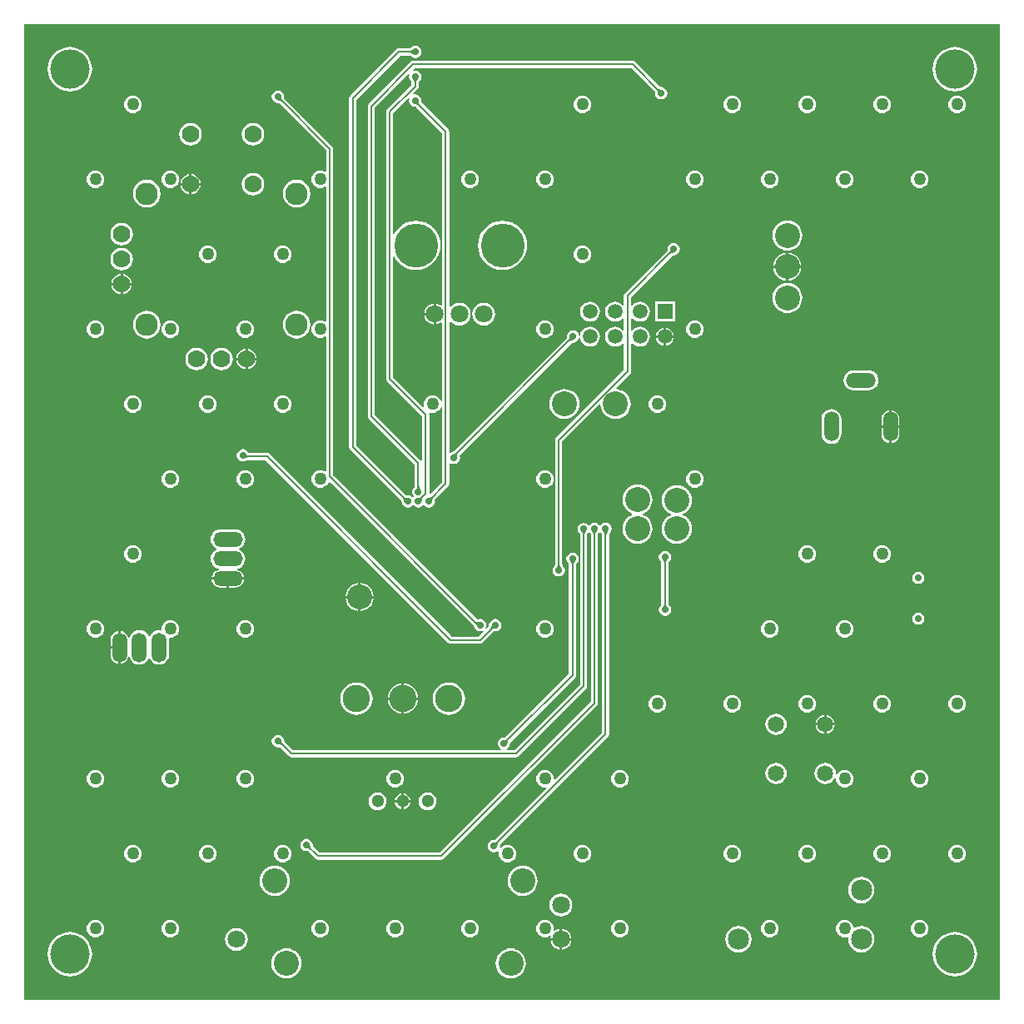
<source format=gbl>
G04*
G04 #@! TF.GenerationSoftware,Altium Limited,Altium Designer,20.1.11 (218)*
G04*
G04 Layer_Physical_Order=4*
G04 Layer_Color=16711680*
%FSAX25Y25*%
%MOIN*%
G70*
G04*
G04 #@! TF.SameCoordinates,20CE9F04-CB19-4266-B064-E5CB95194996*
G04*
G04*
G04 #@! TF.FilePolarity,Positive*
G04*
G01*
G75*
%ADD67C,0.09000*%
%ADD82C,0.00799*%
%ADD83C,0.00800*%
%ADD84C,0.10000*%
%ADD85C,0.10039*%
%ADD86C,0.07087*%
%ADD87C,0.17559*%
%ADD88C,0.06457*%
%ADD89C,0.08500*%
%ADD90C,0.05118*%
%ADD91C,0.10925*%
%ADD92C,0.15748*%
%ADD93R,0.05906X0.05906*%
%ADD94C,0.05906*%
%ADD95O,0.11874X0.05937*%
%ADD96O,0.05937X0.11874*%
%ADD97C,0.02756*%
%ADD98C,0.07000*%
%ADD99O,0.11812X0.05906*%
%ADD100O,0.05906X0.11812*%
%ADD101C,0.05000*%
%ADD102C,0.02800*%
G36*
X0392172Y0001529D02*
X0001529D01*
Y0392172D01*
X0392172D01*
Y0001529D01*
D02*
G37*
%LPC*%
G36*
X0158000Y0383447D02*
X0157064Y0383261D01*
X0156270Y0382730D01*
X0156198Y0382623D01*
X0156132Y0382567D01*
X0156072Y0382521D01*
X0156018Y0382486D01*
X0155971Y0382461D01*
X0155931Y0382444D01*
X0155898Y0382432D01*
X0155877Y0382427D01*
X0151500D01*
X0151500Y0382427D01*
X0150954Y0382318D01*
X0150491Y0382009D01*
X0150491Y0382009D01*
X0131991Y0363509D01*
X0131682Y0363046D01*
X0131573Y0362500D01*
X0131573Y0362500D01*
X0131573Y0222673D01*
X0131573Y0222673D01*
X0131682Y0222127D01*
X0131991Y0221664D01*
X0152401Y0201254D01*
X0152424Y0201219D01*
X0152451Y0201170D01*
X0152480Y0201109D01*
X0152509Y0201037D01*
X0152533Y0200964D01*
X0152590Y0200734D01*
X0152613Y0200604D01*
X0152651Y0200507D01*
X0152739Y0200064D01*
X0153270Y0199270D01*
X0154064Y0198739D01*
X0155000Y0198553D01*
X0155936Y0198739D01*
X0156730Y0199270D01*
X0156875Y0199486D01*
X0157375D01*
X0157520Y0199270D01*
X0158314Y0198739D01*
X0159250Y0198553D01*
X0160186Y0198739D01*
X0160980Y0199270D01*
X0161125Y0199486D01*
X0161625D01*
X0161770Y0199270D01*
X0162564Y0198739D01*
X0163500Y0198553D01*
X0164436Y0198739D01*
X0165230Y0199270D01*
X0165761Y0200064D01*
X0165947Y0201000D01*
X0165897Y0201252D01*
X0165901Y0201296D01*
X0165889Y0201411D01*
X0165887Y0201480D01*
X0165890Y0201535D01*
X0165895Y0201577D01*
X0165902Y0201608D01*
X0165910Y0201630D01*
X0165917Y0201647D01*
X0165920Y0201652D01*
X0171267Y0206999D01*
X0171267Y0206999D01*
X0171576Y0207462D01*
X0171685Y0208008D01*
X0171685Y0208008D01*
Y0216225D01*
X0172185Y0216492D01*
X0172564Y0216239D01*
X0173500Y0216053D01*
X0174436Y0216239D01*
X0175230Y0216770D01*
X0175761Y0217564D01*
X0175947Y0218500D01*
X0175761Y0219436D01*
X0175739Y0219470D01*
X0220758Y0264490D01*
X0220777Y0264501D01*
X0220809Y0264517D01*
X0220849Y0264532D01*
X0220900Y0264547D01*
X0220962Y0264561D01*
X0221038Y0264572D01*
X0221123Y0264578D01*
X0221250Y0264553D01*
X0222186Y0264739D01*
X0222980Y0265270D01*
X0223511Y0266064D01*
X0223584Y0266431D01*
X0224090Y0266414D01*
X0224149Y0265968D01*
X0224547Y0265007D01*
X0225181Y0264181D01*
X0226007Y0263547D01*
X0226968Y0263149D01*
X0228000Y0263013D01*
X0229032Y0263149D01*
X0229993Y0263547D01*
X0230819Y0264181D01*
X0231453Y0265007D01*
X0231851Y0265968D01*
X0231987Y0267000D01*
X0231851Y0268032D01*
X0231453Y0268993D01*
X0230819Y0269819D01*
X0229993Y0270453D01*
X0229032Y0270851D01*
X0228000Y0270987D01*
X0226968Y0270851D01*
X0226007Y0270453D01*
X0225181Y0269819D01*
X0224547Y0268993D01*
X0224149Y0268032D01*
X0224090Y0267586D01*
X0223584Y0267569D01*
X0223511Y0267936D01*
X0222980Y0268730D01*
X0222186Y0269261D01*
X0221250Y0269447D01*
X0220314Y0269261D01*
X0219520Y0268730D01*
X0218989Y0267936D01*
X0218803Y0267000D01*
X0218828Y0266873D01*
X0218822Y0266788D01*
X0218811Y0266712D01*
X0218797Y0266650D01*
X0218782Y0266599D01*
X0218767Y0266559D01*
X0218751Y0266527D01*
X0218740Y0266508D01*
X0173386Y0221154D01*
X0173256Y0221064D01*
X0173208Y0221035D01*
X0172726Y0220798D01*
X0172704Y0220789D01*
X0172564Y0220761D01*
X0172185Y0220508D01*
X0171685Y0220775D01*
Y0272893D01*
X0172185Y0273062D01*
X0172417Y0272760D01*
X0173366Y0272031D01*
X0174471Y0271574D01*
X0175657Y0271417D01*
X0176844Y0271574D01*
X0177949Y0272031D01*
X0178898Y0272760D01*
X0179626Y0273709D01*
X0180084Y0274814D01*
X0180240Y0276000D01*
X0180084Y0277186D01*
X0179626Y0278291D01*
X0178898Y0279240D01*
X0177949Y0279969D01*
X0176844Y0280426D01*
X0175657Y0280582D01*
X0174471Y0280426D01*
X0173366Y0279969D01*
X0172417Y0279240D01*
X0172185Y0278938D01*
X0171685Y0279107D01*
Y0348992D01*
X0171685Y0348992D01*
X0171576Y0349538D01*
X0171267Y0350001D01*
X0160420Y0360848D01*
X0160417Y0360853D01*
X0160409Y0360870D01*
X0160402Y0360892D01*
X0160395Y0360923D01*
X0160389Y0360965D01*
X0160387Y0361020D01*
X0160389Y0361089D01*
X0160401Y0361204D01*
X0160397Y0361248D01*
X0160447Y0361500D01*
X0160261Y0362436D01*
X0159730Y0363230D01*
X0158936Y0363761D01*
X0158000Y0363947D01*
X0157280Y0363804D01*
X0157033Y0364264D01*
X0159009Y0366241D01*
X0159009Y0366241D01*
X0159319Y0366704D01*
X0159427Y0367250D01*
X0159427Y0367250D01*
Y0368877D01*
X0159433Y0368898D01*
X0159444Y0368932D01*
X0159461Y0368972D01*
X0159487Y0369018D01*
X0159521Y0369072D01*
X0159567Y0369133D01*
X0159623Y0369198D01*
X0159730Y0369270D01*
X0160261Y0370064D01*
X0160447Y0371000D01*
X0160261Y0371936D01*
X0159730Y0372730D01*
X0158936Y0373261D01*
X0158000Y0373447D01*
X0157280Y0373304D01*
X0157033Y0373764D01*
X0157841Y0374573D01*
X0244409D01*
X0253990Y0364992D01*
X0254001Y0364973D01*
X0254017Y0364941D01*
X0254032Y0364901D01*
X0254047Y0364850D01*
X0254061Y0364788D01*
X0254072Y0364713D01*
X0254078Y0364627D01*
X0254053Y0364500D01*
X0254239Y0363564D01*
X0254770Y0362770D01*
X0255564Y0362239D01*
X0256500Y0362053D01*
X0257436Y0362239D01*
X0258230Y0362770D01*
X0258761Y0363564D01*
X0258947Y0364500D01*
X0258761Y0365436D01*
X0258230Y0366230D01*
X0257436Y0366761D01*
X0256500Y0366947D01*
X0256373Y0366922D01*
X0256288Y0366928D01*
X0256212Y0366939D01*
X0256150Y0366953D01*
X0256099Y0366968D01*
X0256059Y0366983D01*
X0256027Y0366999D01*
X0256008Y0367010D01*
X0246009Y0377009D01*
X0245546Y0377319D01*
X0245000Y0377427D01*
X0245000Y0377427D01*
X0157250D01*
X0157250Y0377427D01*
X0156704Y0377319D01*
X0156241Y0377009D01*
X0156241Y0377009D01*
X0139491Y0360259D01*
X0139181Y0359796D01*
X0139073Y0359250D01*
X0139073Y0359250D01*
Y0235250D01*
X0139073Y0235250D01*
X0139181Y0234704D01*
X0139491Y0234241D01*
X0157823Y0215909D01*
Y0206873D01*
X0157817Y0206852D01*
X0157806Y0206818D01*
X0157789Y0206778D01*
X0157763Y0206732D01*
X0157729Y0206678D01*
X0157683Y0206617D01*
X0157627Y0206552D01*
X0157520Y0206480D01*
X0156989Y0205686D01*
X0156803Y0204750D01*
X0156989Y0203814D01*
X0157376Y0203235D01*
X0157447Y0202984D01*
X0157302Y0202733D01*
X0156737Y0202721D01*
X0156730Y0202730D01*
X0155936Y0203261D01*
X0155000Y0203447D01*
X0154683Y0203384D01*
X0154612Y0203388D01*
X0154501Y0203372D01*
X0154439Y0203368D01*
X0154391Y0203369D01*
X0154355Y0203373D01*
X0154331Y0203378D01*
X0154315Y0203383D01*
X0154303Y0203388D01*
X0154303Y0203388D01*
X0134427Y0223264D01*
X0134427Y0361909D01*
X0152091Y0379573D01*
X0155877D01*
X0155898Y0379568D01*
X0155931Y0379556D01*
X0155971Y0379539D01*
X0156018Y0379514D01*
X0156072Y0379479D01*
X0156132Y0379433D01*
X0156198Y0379377D01*
X0156270Y0379270D01*
X0157064Y0378739D01*
X0158000Y0378553D01*
X0158936Y0378739D01*
X0159730Y0379270D01*
X0160261Y0380064D01*
X0160447Y0381000D01*
X0160261Y0381936D01*
X0159730Y0382730D01*
X0158936Y0383261D01*
X0158000Y0383447D01*
D02*
G37*
G36*
X0374016Y0382933D02*
X0372276Y0382761D01*
X0370603Y0382254D01*
X0369062Y0381430D01*
X0367710Y0380321D01*
X0366602Y0378970D01*
X0365778Y0377428D01*
X0365270Y0375755D01*
X0365099Y0374016D01*
X0365270Y0372276D01*
X0365778Y0370603D01*
X0366602Y0369062D01*
X0367710Y0367710D01*
X0369062Y0366602D01*
X0370603Y0365778D01*
X0372276Y0365270D01*
X0374016Y0365099D01*
X0375755Y0365270D01*
X0377428Y0365778D01*
X0378970Y0366602D01*
X0380321Y0367710D01*
X0381430Y0369062D01*
X0382254Y0370603D01*
X0382761Y0372276D01*
X0382933Y0374016D01*
X0382761Y0375755D01*
X0382254Y0377428D01*
X0381430Y0378970D01*
X0380321Y0380321D01*
X0378970Y0381430D01*
X0377428Y0382254D01*
X0375755Y0382761D01*
X0374016Y0382933D01*
D02*
G37*
G36*
X0019685D02*
X0017945Y0382761D01*
X0016273Y0382254D01*
X0014731Y0381430D01*
X0013380Y0380321D01*
X0012271Y0378970D01*
X0011447Y0377428D01*
X0010939Y0375755D01*
X0010768Y0374016D01*
X0010939Y0372276D01*
X0011447Y0370603D01*
X0012271Y0369062D01*
X0013380Y0367710D01*
X0014731Y0366602D01*
X0016273Y0365778D01*
X0017945Y0365270D01*
X0019685Y0365099D01*
X0021425Y0365270D01*
X0023097Y0365778D01*
X0024639Y0366602D01*
X0025990Y0367710D01*
X0027099Y0369062D01*
X0027923Y0370603D01*
X0028431Y0372276D01*
X0028602Y0374016D01*
X0028431Y0375755D01*
X0027923Y0377428D01*
X0027099Y0378970D01*
X0025990Y0380321D01*
X0024639Y0381430D01*
X0023097Y0382254D01*
X0021425Y0382761D01*
X0019685Y0382933D01*
D02*
G37*
G36*
X0375000Y0363530D02*
X0374086Y0363410D01*
X0373235Y0363057D01*
X0372504Y0362496D01*
X0371943Y0361765D01*
X0371590Y0360914D01*
X0371470Y0360000D01*
X0371590Y0359086D01*
X0371943Y0358235D01*
X0372504Y0357504D01*
X0373235Y0356943D01*
X0374086Y0356590D01*
X0375000Y0356470D01*
X0375914Y0356590D01*
X0376765Y0356943D01*
X0377496Y0357504D01*
X0378057Y0358235D01*
X0378410Y0359086D01*
X0378530Y0360000D01*
X0378410Y0360914D01*
X0378057Y0361765D01*
X0377496Y0362496D01*
X0376765Y0363057D01*
X0375914Y0363410D01*
X0375000Y0363530D01*
D02*
G37*
G36*
X0345000D02*
X0344086Y0363410D01*
X0343235Y0363057D01*
X0342504Y0362496D01*
X0341943Y0361765D01*
X0341590Y0360914D01*
X0341470Y0360000D01*
X0341590Y0359086D01*
X0341943Y0358235D01*
X0342504Y0357504D01*
X0343235Y0356943D01*
X0344086Y0356590D01*
X0345000Y0356470D01*
X0345914Y0356590D01*
X0346765Y0356943D01*
X0347496Y0357504D01*
X0348057Y0358235D01*
X0348410Y0359086D01*
X0348530Y0360000D01*
X0348410Y0360914D01*
X0348057Y0361765D01*
X0347496Y0362496D01*
X0346765Y0363057D01*
X0345914Y0363410D01*
X0345000Y0363530D01*
D02*
G37*
G36*
X0315000D02*
X0314086Y0363410D01*
X0313235Y0363057D01*
X0312504Y0362496D01*
X0311943Y0361765D01*
X0311590Y0360914D01*
X0311470Y0360000D01*
X0311590Y0359086D01*
X0311943Y0358235D01*
X0312504Y0357504D01*
X0313235Y0356943D01*
X0314086Y0356590D01*
X0315000Y0356470D01*
X0315914Y0356590D01*
X0316765Y0356943D01*
X0317496Y0357504D01*
X0318057Y0358235D01*
X0318410Y0359086D01*
X0318530Y0360000D01*
X0318410Y0360914D01*
X0318057Y0361765D01*
X0317496Y0362496D01*
X0316765Y0363057D01*
X0315914Y0363410D01*
X0315000Y0363530D01*
D02*
G37*
G36*
X0285000D02*
X0284086Y0363410D01*
X0283235Y0363057D01*
X0282504Y0362496D01*
X0281943Y0361765D01*
X0281590Y0360914D01*
X0281470Y0360000D01*
X0281590Y0359086D01*
X0281943Y0358235D01*
X0282504Y0357504D01*
X0283235Y0356943D01*
X0284086Y0356590D01*
X0285000Y0356470D01*
X0285914Y0356590D01*
X0286765Y0356943D01*
X0287496Y0357504D01*
X0288057Y0358235D01*
X0288410Y0359086D01*
X0288530Y0360000D01*
X0288410Y0360914D01*
X0288057Y0361765D01*
X0287496Y0362496D01*
X0286765Y0363057D01*
X0285914Y0363410D01*
X0285000Y0363530D01*
D02*
G37*
G36*
X0225000D02*
X0224086Y0363410D01*
X0223235Y0363057D01*
X0222504Y0362496D01*
X0221943Y0361765D01*
X0221590Y0360914D01*
X0221470Y0360000D01*
X0221590Y0359086D01*
X0221943Y0358235D01*
X0222504Y0357504D01*
X0223235Y0356943D01*
X0224086Y0356590D01*
X0225000Y0356470D01*
X0225914Y0356590D01*
X0226765Y0356943D01*
X0227496Y0357504D01*
X0228057Y0358235D01*
X0228410Y0359086D01*
X0228530Y0360000D01*
X0228410Y0360914D01*
X0228057Y0361765D01*
X0227496Y0362496D01*
X0226765Y0363057D01*
X0225914Y0363410D01*
X0225000Y0363530D01*
D02*
G37*
G36*
X0045000D02*
X0044086Y0363410D01*
X0043235Y0363057D01*
X0042504Y0362496D01*
X0041943Y0361765D01*
X0041590Y0360914D01*
X0041470Y0360000D01*
X0041590Y0359086D01*
X0041943Y0358235D01*
X0042504Y0357504D01*
X0043235Y0356943D01*
X0044086Y0356590D01*
X0045000Y0356470D01*
X0045914Y0356590D01*
X0046765Y0356943D01*
X0047496Y0357504D01*
X0048057Y0358235D01*
X0048410Y0359086D01*
X0048530Y0360000D01*
X0048410Y0360914D01*
X0048057Y0361765D01*
X0047496Y0362496D01*
X0046765Y0363057D01*
X0045914Y0363410D01*
X0045000Y0363530D01*
D02*
G37*
G36*
X0093000Y0352539D02*
X0091825Y0352384D01*
X0090731Y0351931D01*
X0089791Y0351209D01*
X0089069Y0350269D01*
X0088616Y0349175D01*
X0088461Y0348000D01*
X0088616Y0346825D01*
X0089069Y0345731D01*
X0089791Y0344791D01*
X0090731Y0344069D01*
X0091825Y0343616D01*
X0093000Y0343461D01*
X0094175Y0343616D01*
X0095269Y0344069D01*
X0096209Y0344791D01*
X0096931Y0345731D01*
X0097384Y0346825D01*
X0097539Y0348000D01*
X0097384Y0349175D01*
X0096931Y0350269D01*
X0096209Y0351209D01*
X0095269Y0351931D01*
X0094175Y0352384D01*
X0093000Y0352539D01*
D02*
G37*
G36*
X0068000D02*
X0066825Y0352384D01*
X0065731Y0351931D01*
X0064791Y0351209D01*
X0064069Y0350269D01*
X0063616Y0349175D01*
X0063461Y0348000D01*
X0063616Y0346825D01*
X0064069Y0345731D01*
X0064791Y0344791D01*
X0065731Y0344069D01*
X0066825Y0343616D01*
X0068000Y0343461D01*
X0069175Y0343616D01*
X0070269Y0344069D01*
X0071209Y0344791D01*
X0071931Y0345731D01*
X0072384Y0346825D01*
X0072539Y0348000D01*
X0072384Y0349175D01*
X0071931Y0350269D01*
X0071209Y0351209D01*
X0070269Y0351931D01*
X0069175Y0352384D01*
X0068000Y0352539D01*
D02*
G37*
G36*
X0103000Y0365447D02*
X0102064Y0365261D01*
X0101270Y0364730D01*
X0100739Y0363936D01*
X0100553Y0363000D01*
X0100739Y0362064D01*
X0101270Y0361270D01*
X0102064Y0360739D01*
X0103000Y0360553D01*
X0103127Y0360578D01*
X0103213Y0360572D01*
X0103288Y0360561D01*
X0103351Y0360547D01*
X0103402Y0360532D01*
X0103442Y0360517D01*
X0103474Y0360501D01*
X0103492Y0360490D01*
X0122323Y0341659D01*
Y0333194D01*
X0121874Y0332973D01*
X0121765Y0333057D01*
X0120914Y0333410D01*
X0120000Y0333530D01*
X0119086Y0333410D01*
X0118235Y0333057D01*
X0117504Y0332496D01*
X0116943Y0331765D01*
X0116590Y0330914D01*
X0116470Y0330000D01*
X0116590Y0329086D01*
X0116943Y0328235D01*
X0117504Y0327504D01*
X0118235Y0326943D01*
X0119086Y0326590D01*
X0120000Y0326470D01*
X0120914Y0326590D01*
X0121765Y0326943D01*
X0121874Y0327027D01*
X0122323Y0326806D01*
X0122323Y0273194D01*
X0121874Y0272973D01*
X0121765Y0273057D01*
X0120914Y0273410D01*
X0120000Y0273530D01*
X0119086Y0273410D01*
X0118235Y0273057D01*
X0117504Y0272496D01*
X0116943Y0271765D01*
X0116590Y0270914D01*
X0116470Y0270000D01*
X0116590Y0269086D01*
X0116943Y0268235D01*
X0117504Y0267504D01*
X0118235Y0266943D01*
X0119086Y0266590D01*
X0120000Y0266470D01*
X0120914Y0266590D01*
X0121765Y0266943D01*
X0121874Y0267027D01*
X0122323Y0266806D01*
Y0213194D01*
X0121874Y0212973D01*
X0121765Y0213057D01*
X0120914Y0213410D01*
X0120000Y0213530D01*
X0119086Y0213410D01*
X0118235Y0213057D01*
X0117504Y0212496D01*
X0116943Y0211765D01*
X0116590Y0210914D01*
X0116470Y0210000D01*
X0116590Y0209086D01*
X0116943Y0208235D01*
X0117504Y0207504D01*
X0118235Y0206943D01*
X0119086Y0206590D01*
X0120000Y0206470D01*
X0120914Y0206590D01*
X0121765Y0206943D01*
X0122496Y0207504D01*
X0123057Y0208235D01*
X0123272Y0208753D01*
X0123862Y0208870D01*
X0181345Y0151386D01*
X0181436Y0151257D01*
X0181465Y0151209D01*
X0181702Y0150726D01*
X0181711Y0150704D01*
X0181739Y0150564D01*
X0182270Y0149770D01*
X0183064Y0149239D01*
X0184000Y0149053D01*
X0184936Y0149239D01*
X0185170Y0149396D01*
X0185489Y0149007D01*
X0183409Y0146927D01*
X0172841D01*
X0099759Y0220009D01*
X0099296Y0220318D01*
X0098750Y0220427D01*
X0098750Y0220427D01*
X0091263D01*
X0091261Y0220436D01*
X0090730Y0221230D01*
X0089936Y0221761D01*
X0089000Y0221947D01*
X0088064Y0221761D01*
X0087270Y0221230D01*
X0086739Y0220436D01*
X0086553Y0219500D01*
X0086739Y0218564D01*
X0087270Y0217770D01*
X0088064Y0217239D01*
X0089000Y0217053D01*
X0089936Y0217239D01*
X0090062Y0217323D01*
X0090271Y0217413D01*
X0090507Y0217498D01*
X0090587Y0217522D01*
X0090773Y0217566D01*
X0090819Y0217573D01*
X0098159D01*
X0171241Y0144491D01*
X0171241Y0144491D01*
X0171704Y0144182D01*
X0172250Y0144073D01*
X0172250Y0144073D01*
X0184000D01*
X0184000Y0144073D01*
X0184546Y0144182D01*
X0185009Y0144491D01*
X0189508Y0148990D01*
X0189526Y0149001D01*
X0189558Y0149017D01*
X0189598Y0149032D01*
X0189649Y0149047D01*
X0189712Y0149061D01*
X0189787Y0149072D01*
X0189873Y0149078D01*
X0190000Y0149053D01*
X0190936Y0149239D01*
X0191730Y0149770D01*
X0192261Y0150564D01*
X0192447Y0151500D01*
X0192261Y0152436D01*
X0191730Y0153230D01*
X0190936Y0153761D01*
X0190000Y0153947D01*
X0189064Y0153761D01*
X0188270Y0153230D01*
X0187739Y0152436D01*
X0187553Y0151500D01*
X0187578Y0151373D01*
X0187572Y0151287D01*
X0187561Y0151212D01*
X0187547Y0151149D01*
X0187532Y0151098D01*
X0187517Y0151058D01*
X0187501Y0151026D01*
X0187490Y0151008D01*
X0186493Y0150011D01*
X0186105Y0150330D01*
X0186261Y0150564D01*
X0186447Y0151500D01*
X0186261Y0152436D01*
X0185730Y0153230D01*
X0184936Y0153761D01*
X0184000Y0153947D01*
X0183064Y0153761D01*
X0183030Y0153738D01*
X0125177Y0211591D01*
X0125177Y0342250D01*
X0125177Y0342250D01*
X0125068Y0342796D01*
X0124759Y0343259D01*
X0124759Y0343259D01*
X0105510Y0362508D01*
X0105499Y0362526D01*
X0105483Y0362558D01*
X0105468Y0362598D01*
X0105453Y0362649D01*
X0105439Y0362712D01*
X0105428Y0362787D01*
X0105422Y0362873D01*
X0105447Y0363000D01*
X0105261Y0363936D01*
X0104730Y0364730D01*
X0103936Y0365261D01*
X0103000Y0365447D01*
D02*
G37*
G36*
X0068500Y0332069D02*
Y0328500D01*
X0072070D01*
X0071995Y0329070D01*
X0071581Y0330068D01*
X0070924Y0330924D01*
X0070068Y0331581D01*
X0069070Y0331995D01*
X0068500Y0332069D01*
D02*
G37*
G36*
X0067500D02*
X0066930Y0331995D01*
X0065932Y0331581D01*
X0065076Y0330924D01*
X0064419Y0330068D01*
X0064006Y0329070D01*
X0063930Y0328500D01*
X0067500D01*
Y0332069D01*
D02*
G37*
G36*
X0360000Y0333530D02*
X0359086Y0333410D01*
X0358235Y0333057D01*
X0357504Y0332496D01*
X0356943Y0331765D01*
X0356590Y0330914D01*
X0356470Y0330000D01*
X0356590Y0329086D01*
X0356943Y0328235D01*
X0357504Y0327504D01*
X0358235Y0326943D01*
X0359086Y0326590D01*
X0360000Y0326470D01*
X0360914Y0326590D01*
X0361765Y0326943D01*
X0362496Y0327504D01*
X0363057Y0328235D01*
X0363410Y0329086D01*
X0363530Y0330000D01*
X0363410Y0330914D01*
X0363057Y0331765D01*
X0362496Y0332496D01*
X0361765Y0333057D01*
X0360914Y0333410D01*
X0360000Y0333530D01*
D02*
G37*
G36*
X0330000D02*
X0329086Y0333410D01*
X0328235Y0333057D01*
X0327504Y0332496D01*
X0326943Y0331765D01*
X0326590Y0330914D01*
X0326470Y0330000D01*
X0326590Y0329086D01*
X0326943Y0328235D01*
X0327504Y0327504D01*
X0328235Y0326943D01*
X0329086Y0326590D01*
X0330000Y0326470D01*
X0330914Y0326590D01*
X0331765Y0326943D01*
X0332496Y0327504D01*
X0333057Y0328235D01*
X0333410Y0329086D01*
X0333530Y0330000D01*
X0333410Y0330914D01*
X0333057Y0331765D01*
X0332496Y0332496D01*
X0331765Y0333057D01*
X0330914Y0333410D01*
X0330000Y0333530D01*
D02*
G37*
G36*
X0300000D02*
X0299086Y0333410D01*
X0298235Y0333057D01*
X0297504Y0332496D01*
X0296943Y0331765D01*
X0296590Y0330914D01*
X0296470Y0330000D01*
X0296590Y0329086D01*
X0296943Y0328235D01*
X0297504Y0327504D01*
X0298235Y0326943D01*
X0299086Y0326590D01*
X0300000Y0326470D01*
X0300914Y0326590D01*
X0301765Y0326943D01*
X0302496Y0327504D01*
X0303057Y0328235D01*
X0303410Y0329086D01*
X0303530Y0330000D01*
X0303410Y0330914D01*
X0303057Y0331765D01*
X0302496Y0332496D01*
X0301765Y0333057D01*
X0300914Y0333410D01*
X0300000Y0333530D01*
D02*
G37*
G36*
X0270000D02*
X0269086Y0333410D01*
X0268235Y0333057D01*
X0267504Y0332496D01*
X0266943Y0331765D01*
X0266590Y0330914D01*
X0266470Y0330000D01*
X0266590Y0329086D01*
X0266943Y0328235D01*
X0267504Y0327504D01*
X0268235Y0326943D01*
X0269086Y0326590D01*
X0270000Y0326470D01*
X0270914Y0326590D01*
X0271765Y0326943D01*
X0272496Y0327504D01*
X0273057Y0328235D01*
X0273410Y0329086D01*
X0273530Y0330000D01*
X0273410Y0330914D01*
X0273057Y0331765D01*
X0272496Y0332496D01*
X0271765Y0333057D01*
X0270914Y0333410D01*
X0270000Y0333530D01*
D02*
G37*
G36*
X0210000D02*
X0209086Y0333410D01*
X0208235Y0333057D01*
X0207504Y0332496D01*
X0206943Y0331765D01*
X0206590Y0330914D01*
X0206470Y0330000D01*
X0206590Y0329086D01*
X0206943Y0328235D01*
X0207504Y0327504D01*
X0208235Y0326943D01*
X0209086Y0326590D01*
X0210000Y0326470D01*
X0210914Y0326590D01*
X0211765Y0326943D01*
X0212496Y0327504D01*
X0213057Y0328235D01*
X0213410Y0329086D01*
X0213530Y0330000D01*
X0213410Y0330914D01*
X0213057Y0331765D01*
X0212496Y0332496D01*
X0211765Y0333057D01*
X0210914Y0333410D01*
X0210000Y0333530D01*
D02*
G37*
G36*
X0180000D02*
X0179086Y0333410D01*
X0178235Y0333057D01*
X0177504Y0332496D01*
X0176943Y0331765D01*
X0176590Y0330914D01*
X0176470Y0330000D01*
X0176590Y0329086D01*
X0176943Y0328235D01*
X0177504Y0327504D01*
X0178235Y0326943D01*
X0179086Y0326590D01*
X0180000Y0326470D01*
X0180914Y0326590D01*
X0181765Y0326943D01*
X0182496Y0327504D01*
X0183057Y0328235D01*
X0183410Y0329086D01*
X0183530Y0330000D01*
X0183410Y0330914D01*
X0183057Y0331765D01*
X0182496Y0332496D01*
X0181765Y0333057D01*
X0180914Y0333410D01*
X0180000Y0333530D01*
D02*
G37*
G36*
X0060000D02*
X0059086Y0333410D01*
X0058235Y0333057D01*
X0057504Y0332496D01*
X0056943Y0331765D01*
X0056590Y0330914D01*
X0056470Y0330000D01*
X0056590Y0329086D01*
X0056943Y0328235D01*
X0057504Y0327504D01*
X0058235Y0326943D01*
X0059086Y0326590D01*
X0060000Y0326470D01*
X0060914Y0326590D01*
X0061765Y0326943D01*
X0062496Y0327504D01*
X0063057Y0328235D01*
X0063410Y0329086D01*
X0063530Y0330000D01*
X0063410Y0330914D01*
X0063057Y0331765D01*
X0062496Y0332496D01*
X0061765Y0333057D01*
X0060914Y0333410D01*
X0060000Y0333530D01*
D02*
G37*
G36*
X0030000D02*
X0029086Y0333410D01*
X0028235Y0333057D01*
X0027504Y0332496D01*
X0026943Y0331765D01*
X0026590Y0330914D01*
X0026470Y0330000D01*
X0026590Y0329086D01*
X0026943Y0328235D01*
X0027504Y0327504D01*
X0028235Y0326943D01*
X0029086Y0326590D01*
X0030000Y0326470D01*
X0030914Y0326590D01*
X0031765Y0326943D01*
X0032496Y0327504D01*
X0033057Y0328235D01*
X0033410Y0329086D01*
X0033530Y0330000D01*
X0033410Y0330914D01*
X0033057Y0331765D01*
X0032496Y0332496D01*
X0031765Y0333057D01*
X0030914Y0333410D01*
X0030000Y0333530D01*
D02*
G37*
G36*
X0072070Y0327500D02*
X0068500D01*
Y0323931D01*
X0069070Y0324006D01*
X0070068Y0324419D01*
X0070924Y0325076D01*
X0071581Y0325932D01*
X0071995Y0326930D01*
X0072070Y0327500D01*
D02*
G37*
G36*
X0067500D02*
X0063930D01*
X0064006Y0326930D01*
X0064419Y0325932D01*
X0065076Y0325076D01*
X0065932Y0324419D01*
X0066930Y0324006D01*
X0067500Y0323931D01*
Y0327500D01*
D02*
G37*
G36*
X0093000Y0332539D02*
X0091825Y0332384D01*
X0090731Y0331931D01*
X0089791Y0331209D01*
X0089069Y0330269D01*
X0088616Y0329175D01*
X0088461Y0328000D01*
X0088616Y0326825D01*
X0089069Y0325731D01*
X0089791Y0324791D01*
X0090731Y0324069D01*
X0091825Y0323616D01*
X0093000Y0323461D01*
X0094175Y0323616D01*
X0095269Y0324069D01*
X0096209Y0324791D01*
X0096931Y0325731D01*
X0097384Y0326825D01*
X0097539Y0328000D01*
X0097384Y0329175D01*
X0096931Y0330269D01*
X0096209Y0331209D01*
X0095269Y0331931D01*
X0094175Y0332384D01*
X0093000Y0332539D01*
D02*
G37*
G36*
X0110500Y0329798D02*
X0109064Y0329608D01*
X0107726Y0329054D01*
X0106577Y0328173D01*
X0105696Y0327024D01*
X0105142Y0325686D01*
X0104953Y0324250D01*
X0105142Y0322814D01*
X0105696Y0321476D01*
X0106577Y0320327D01*
X0107726Y0319446D01*
X0109064Y0318892D01*
X0110500Y0318703D01*
X0111936Y0318892D01*
X0113274Y0319446D01*
X0114423Y0320327D01*
X0115304Y0321476D01*
X0115858Y0322814D01*
X0116048Y0324250D01*
X0115858Y0325686D01*
X0115304Y0327024D01*
X0114423Y0328173D01*
X0113274Y0329054D01*
X0111936Y0329608D01*
X0110500Y0329798D01*
D02*
G37*
G36*
X0050500D02*
X0049064Y0329608D01*
X0047726Y0329054D01*
X0046577Y0328173D01*
X0045696Y0327024D01*
X0045142Y0325686D01*
X0044952Y0324250D01*
X0045142Y0322814D01*
X0045696Y0321476D01*
X0046577Y0320327D01*
X0047726Y0319446D01*
X0049064Y0318892D01*
X0050500Y0318703D01*
X0051936Y0318892D01*
X0053274Y0319446D01*
X0054423Y0320327D01*
X0055304Y0321476D01*
X0055858Y0322814D01*
X0056047Y0324250D01*
X0055858Y0325686D01*
X0055304Y0327024D01*
X0054423Y0328173D01*
X0053274Y0329054D01*
X0051936Y0329608D01*
X0050500Y0329798D01*
D02*
G37*
G36*
X0040500Y0312539D02*
X0039325Y0312384D01*
X0038231Y0311931D01*
X0037291Y0311209D01*
X0036569Y0310269D01*
X0036116Y0309175D01*
X0035961Y0308000D01*
X0036116Y0306825D01*
X0036569Y0305731D01*
X0037291Y0304791D01*
X0038231Y0304069D01*
X0039325Y0303616D01*
X0040500Y0303461D01*
X0041675Y0303616D01*
X0042769Y0304069D01*
X0043709Y0304791D01*
X0044431Y0305731D01*
X0044884Y0306825D01*
X0045039Y0308000D01*
X0044884Y0309175D01*
X0044431Y0310269D01*
X0043709Y0311209D01*
X0042769Y0311931D01*
X0041675Y0312384D01*
X0040500Y0312539D01*
D02*
G37*
G36*
X0307000Y0313529D02*
X0305824Y0313413D01*
X0304693Y0313070D01*
X0303650Y0312513D01*
X0302737Y0311763D01*
X0301987Y0310849D01*
X0301430Y0309807D01*
X0301087Y0308676D01*
X0300971Y0307500D01*
X0301087Y0306324D01*
X0301430Y0305193D01*
X0301987Y0304151D01*
X0302737Y0303237D01*
X0303650Y0302487D01*
X0304693Y0301930D01*
X0305824Y0301587D01*
X0307000Y0301471D01*
X0308176Y0301587D01*
X0309307Y0301930D01*
X0310349Y0302487D01*
X0311263Y0303237D01*
X0312013Y0304151D01*
X0312570Y0305193D01*
X0312913Y0306324D01*
X0313029Y0307500D01*
X0312913Y0308676D01*
X0312570Y0309807D01*
X0312013Y0310849D01*
X0311263Y0311763D01*
X0310349Y0312513D01*
X0309307Y0313070D01*
X0308176Y0313413D01*
X0307000Y0313529D01*
D02*
G37*
G36*
X0261500Y0304447D02*
X0260564Y0304261D01*
X0259770Y0303730D01*
X0259239Y0302936D01*
X0259053Y0302000D01*
X0259078Y0301873D01*
X0259072Y0301787D01*
X0259061Y0301712D01*
X0259047Y0301649D01*
X0259032Y0301598D01*
X0259017Y0301558D01*
X0259001Y0301526D01*
X0258990Y0301508D01*
X0241991Y0284509D01*
X0241682Y0284046D01*
X0241573Y0283500D01*
X0241573Y0283500D01*
Y0279658D01*
X0241073Y0279488D01*
X0240819Y0279819D01*
X0239993Y0280453D01*
X0239032Y0280851D01*
X0238000Y0280987D01*
X0236968Y0280851D01*
X0236007Y0280453D01*
X0235181Y0279819D01*
X0234547Y0278993D01*
X0234149Y0278032D01*
X0234013Y0277000D01*
X0234149Y0275968D01*
X0234547Y0275007D01*
X0235181Y0274181D01*
X0236007Y0273547D01*
X0236968Y0273149D01*
X0238000Y0273013D01*
X0239032Y0273149D01*
X0239993Y0273547D01*
X0240819Y0274181D01*
X0241073Y0274512D01*
X0241573Y0274342D01*
Y0269658D01*
X0241073Y0269488D01*
X0240819Y0269819D01*
X0239993Y0270453D01*
X0239032Y0270851D01*
X0238000Y0270987D01*
X0236968Y0270851D01*
X0236007Y0270453D01*
X0235181Y0269819D01*
X0234547Y0268993D01*
X0234149Y0268032D01*
X0234013Y0267000D01*
X0234149Y0265968D01*
X0234547Y0265007D01*
X0235181Y0264181D01*
X0236007Y0263547D01*
X0236968Y0263149D01*
X0238000Y0263013D01*
X0239032Y0263149D01*
X0239993Y0263547D01*
X0240819Y0264181D01*
X0241073Y0264512D01*
X0241573Y0264342D01*
Y0253684D01*
X0214491Y0226602D01*
X0214182Y0226139D01*
X0214073Y0225593D01*
X0214073Y0225593D01*
Y0175623D01*
X0214068Y0175602D01*
X0214056Y0175568D01*
X0214039Y0175529D01*
X0214014Y0175482D01*
X0213979Y0175428D01*
X0213933Y0175368D01*
X0213877Y0175302D01*
X0213770Y0175230D01*
X0213239Y0174436D01*
X0213053Y0173500D01*
X0213239Y0172564D01*
X0213770Y0171770D01*
X0214564Y0171239D01*
X0215500Y0171053D01*
X0216436Y0171239D01*
X0217230Y0171770D01*
X0217761Y0172564D01*
X0217947Y0173500D01*
X0217761Y0174436D01*
X0217230Y0175230D01*
X0217123Y0175302D01*
X0217067Y0175368D01*
X0217021Y0175428D01*
X0216986Y0175482D01*
X0216961Y0175529D01*
X0216944Y0175568D01*
X0216932Y0175602D01*
X0216927Y0175623D01*
Y0225002D01*
X0231737Y0239812D01*
X0232258Y0239626D01*
X0232337Y0238824D01*
X0232680Y0237693D01*
X0233237Y0236650D01*
X0233987Y0235737D01*
X0234900Y0234987D01*
X0235943Y0234430D01*
X0237074Y0234087D01*
X0238250Y0233971D01*
X0239426Y0234087D01*
X0240557Y0234430D01*
X0241599Y0234987D01*
X0242513Y0235737D01*
X0243263Y0236650D01*
X0243820Y0237693D01*
X0244163Y0238824D01*
X0244279Y0240000D01*
X0244163Y0241176D01*
X0243820Y0242307D01*
X0243263Y0243350D01*
X0242513Y0244263D01*
X0241599Y0245013D01*
X0240557Y0245570D01*
X0239426Y0245913D01*
X0238624Y0245992D01*
X0238438Y0246513D01*
X0244009Y0252084D01*
X0244009Y0252084D01*
X0244318Y0252547D01*
X0244427Y0253093D01*
Y0264342D01*
X0244927Y0264512D01*
X0245181Y0264181D01*
X0246007Y0263547D01*
X0246968Y0263149D01*
X0248000Y0263013D01*
X0249032Y0263149D01*
X0249993Y0263547D01*
X0250819Y0264181D01*
X0251453Y0265007D01*
X0251851Y0265968D01*
X0251987Y0267000D01*
X0251851Y0268032D01*
X0251453Y0268993D01*
X0250819Y0269819D01*
X0249993Y0270453D01*
X0249032Y0270851D01*
X0248000Y0270987D01*
X0246968Y0270851D01*
X0246007Y0270453D01*
X0245181Y0269819D01*
X0244927Y0269488D01*
X0244427Y0269658D01*
Y0274342D01*
X0244927Y0274512D01*
X0245181Y0274181D01*
X0246007Y0273547D01*
X0246968Y0273149D01*
X0248000Y0273013D01*
X0249032Y0273149D01*
X0249993Y0273547D01*
X0250819Y0274181D01*
X0251453Y0275007D01*
X0251851Y0275968D01*
X0251987Y0277000D01*
X0251851Y0278032D01*
X0251453Y0278993D01*
X0250819Y0279819D01*
X0249993Y0280453D01*
X0249032Y0280851D01*
X0248000Y0280987D01*
X0246968Y0280851D01*
X0246007Y0280453D01*
X0245181Y0279819D01*
X0244927Y0279488D01*
X0244427Y0279658D01*
Y0282909D01*
X0261008Y0299490D01*
X0261026Y0299501D01*
X0261058Y0299517D01*
X0261098Y0299532D01*
X0261149Y0299547D01*
X0261212Y0299561D01*
X0261287Y0299572D01*
X0261373Y0299578D01*
X0261500Y0299553D01*
X0262436Y0299739D01*
X0263230Y0300270D01*
X0263761Y0301064D01*
X0263947Y0302000D01*
X0263761Y0302936D01*
X0263230Y0303730D01*
X0262436Y0304261D01*
X0261500Y0304447D01*
D02*
G37*
G36*
X0225000Y0303530D02*
X0224086Y0303410D01*
X0223235Y0303057D01*
X0222504Y0302496D01*
X0221943Y0301765D01*
X0221590Y0300914D01*
X0221470Y0300000D01*
X0221590Y0299086D01*
X0221943Y0298235D01*
X0222504Y0297504D01*
X0223235Y0296943D01*
X0224086Y0296590D01*
X0225000Y0296470D01*
X0225914Y0296590D01*
X0226765Y0296943D01*
X0227496Y0297504D01*
X0228057Y0298235D01*
X0228410Y0299086D01*
X0228530Y0300000D01*
X0228410Y0300914D01*
X0228057Y0301765D01*
X0227496Y0302496D01*
X0226765Y0303057D01*
X0225914Y0303410D01*
X0225000Y0303530D01*
D02*
G37*
G36*
X0105000D02*
X0104086Y0303410D01*
X0103235Y0303057D01*
X0102504Y0302496D01*
X0101943Y0301765D01*
X0101590Y0300914D01*
X0101470Y0300000D01*
X0101590Y0299086D01*
X0101943Y0298235D01*
X0102504Y0297504D01*
X0103235Y0296943D01*
X0104086Y0296590D01*
X0105000Y0296470D01*
X0105914Y0296590D01*
X0106765Y0296943D01*
X0107496Y0297504D01*
X0108057Y0298235D01*
X0108410Y0299086D01*
X0108530Y0300000D01*
X0108410Y0300914D01*
X0108057Y0301765D01*
X0107496Y0302496D01*
X0106765Y0303057D01*
X0105914Y0303410D01*
X0105000Y0303530D01*
D02*
G37*
G36*
X0075000D02*
X0074086Y0303410D01*
X0073235Y0303057D01*
X0072504Y0302496D01*
X0071943Y0301765D01*
X0071590Y0300914D01*
X0071470Y0300000D01*
X0071590Y0299086D01*
X0071943Y0298235D01*
X0072504Y0297504D01*
X0073235Y0296943D01*
X0074086Y0296590D01*
X0075000Y0296470D01*
X0075914Y0296590D01*
X0076765Y0296943D01*
X0077496Y0297504D01*
X0078057Y0298235D01*
X0078410Y0299086D01*
X0078530Y0300000D01*
X0078410Y0300914D01*
X0078057Y0301765D01*
X0077496Y0302496D01*
X0076765Y0303057D01*
X0075914Y0303410D01*
X0075000Y0303530D01*
D02*
G37*
G36*
X0307500Y0300583D02*
Y0295500D01*
X0312582D01*
X0312456Y0296462D01*
X0311892Y0297824D01*
X0310994Y0298994D01*
X0309824Y0299892D01*
X0308462Y0300456D01*
X0307500Y0300583D01*
D02*
G37*
G36*
X0306500D02*
X0305538Y0300456D01*
X0304176Y0299892D01*
X0303006Y0298994D01*
X0302108Y0297824D01*
X0301544Y0296462D01*
X0301417Y0295500D01*
X0306500D01*
Y0300583D01*
D02*
G37*
G36*
X0192980Y0313386D02*
X0191063Y0313197D01*
X0189220Y0312638D01*
X0187521Y0311730D01*
X0186032Y0310508D01*
X0184810Y0309019D01*
X0183902Y0307320D01*
X0183342Y0305476D01*
X0183153Y0303559D01*
X0183342Y0301642D01*
X0183902Y0299798D01*
X0184810Y0298099D01*
X0186032Y0296610D01*
X0187521Y0295388D01*
X0189220Y0294480D01*
X0191063Y0293921D01*
X0192980Y0293732D01*
X0194897Y0293921D01*
X0196741Y0294480D01*
X0198440Y0295388D01*
X0199929Y0296610D01*
X0201151Y0298099D01*
X0202059Y0299798D01*
X0202618Y0301642D01*
X0202807Y0303559D01*
X0202618Y0305476D01*
X0202059Y0307320D01*
X0201151Y0309019D01*
X0199929Y0310508D01*
X0198440Y0311730D01*
X0196741Y0312638D01*
X0194897Y0313197D01*
X0192980Y0313386D01*
D02*
G37*
G36*
X0040500Y0302539D02*
X0039325Y0302384D01*
X0038231Y0301931D01*
X0037291Y0301209D01*
X0036569Y0300269D01*
X0036116Y0299175D01*
X0035961Y0298000D01*
X0036116Y0296825D01*
X0036569Y0295731D01*
X0037291Y0294791D01*
X0038231Y0294069D01*
X0039325Y0293616D01*
X0040500Y0293461D01*
X0041675Y0293616D01*
X0042769Y0294069D01*
X0043709Y0294791D01*
X0044431Y0295731D01*
X0044884Y0296825D01*
X0045039Y0298000D01*
X0044884Y0299175D01*
X0044431Y0300269D01*
X0043709Y0301209D01*
X0042769Y0301931D01*
X0041675Y0302384D01*
X0040500Y0302539D01*
D02*
G37*
G36*
X0312582Y0294500D02*
X0307500D01*
Y0289418D01*
X0308462Y0289544D01*
X0309824Y0290108D01*
X0310994Y0291006D01*
X0311892Y0292176D01*
X0312456Y0293538D01*
X0312582Y0294500D01*
D02*
G37*
G36*
X0306500D02*
X0301417D01*
X0301544Y0293538D01*
X0302108Y0292176D01*
X0303006Y0291006D01*
X0304176Y0290108D01*
X0305538Y0289544D01*
X0306500Y0289418D01*
Y0294500D01*
D02*
G37*
G36*
X0041000Y0292070D02*
Y0288500D01*
X0044570D01*
X0044495Y0289070D01*
X0044081Y0290068D01*
X0043424Y0290924D01*
X0042568Y0291581D01*
X0041570Y0291995D01*
X0041000Y0292070D01*
D02*
G37*
G36*
X0040000D02*
X0039430Y0291995D01*
X0038432Y0291581D01*
X0037576Y0290924D01*
X0036919Y0290068D01*
X0036505Y0289070D01*
X0036430Y0288500D01*
X0040000D01*
Y0292070D01*
D02*
G37*
G36*
X0044570Y0287500D02*
X0041000D01*
Y0283930D01*
X0041570Y0284005D01*
X0042568Y0284419D01*
X0043424Y0285076D01*
X0044081Y0285932D01*
X0044495Y0286930D01*
X0044570Y0287500D01*
D02*
G37*
G36*
X0040000D02*
X0036430D01*
X0036505Y0286930D01*
X0036919Y0285932D01*
X0037576Y0285076D01*
X0038432Y0284419D01*
X0039430Y0284005D01*
X0040000Y0283930D01*
Y0287500D01*
D02*
G37*
G36*
X0307000Y0288529D02*
X0305824Y0288413D01*
X0304693Y0288070D01*
X0303650Y0287513D01*
X0302737Y0286763D01*
X0301987Y0285849D01*
X0301430Y0284807D01*
X0301087Y0283676D01*
X0300971Y0282500D01*
X0301087Y0281324D01*
X0301430Y0280193D01*
X0301987Y0279151D01*
X0302737Y0278237D01*
X0303650Y0277487D01*
X0304693Y0276930D01*
X0305824Y0276587D01*
X0307000Y0276471D01*
X0308176Y0276587D01*
X0309307Y0276930D01*
X0310349Y0277487D01*
X0311263Y0278237D01*
X0312013Y0279151D01*
X0312570Y0280193D01*
X0312913Y0281324D01*
X0313029Y0282500D01*
X0312913Y0283676D01*
X0312570Y0284807D01*
X0312013Y0285849D01*
X0311263Y0286763D01*
X0310349Y0287513D01*
X0309307Y0288070D01*
X0308176Y0288413D01*
X0307000Y0288529D01*
D02*
G37*
G36*
X0261953Y0280953D02*
X0254047D01*
Y0273047D01*
X0261953D01*
Y0280953D01*
D02*
G37*
G36*
X0228000Y0280987D02*
X0226968Y0280851D01*
X0226007Y0280453D01*
X0225181Y0279819D01*
X0224547Y0278993D01*
X0224149Y0278032D01*
X0224013Y0277000D01*
X0224149Y0275968D01*
X0224547Y0275007D01*
X0225181Y0274181D01*
X0226007Y0273547D01*
X0226968Y0273149D01*
X0228000Y0273013D01*
X0229032Y0273149D01*
X0229993Y0273547D01*
X0230819Y0274181D01*
X0231453Y0275007D01*
X0231851Y0275968D01*
X0231987Y0277000D01*
X0231851Y0278032D01*
X0231453Y0278993D01*
X0230819Y0279819D01*
X0229993Y0280453D01*
X0229032Y0280851D01*
X0228000Y0280987D01*
D02*
G37*
G36*
X0185500Y0280582D02*
X0184314Y0280426D01*
X0183209Y0279969D01*
X0182260Y0279240D01*
X0181531Y0278291D01*
X0181074Y0277186D01*
X0180918Y0276000D01*
X0181074Y0274814D01*
X0181531Y0273709D01*
X0182260Y0272760D01*
X0183209Y0272031D01*
X0184314Y0271574D01*
X0185500Y0271417D01*
X0186686Y0271574D01*
X0187791Y0272031D01*
X0188740Y0272760D01*
X0189469Y0273709D01*
X0189926Y0274814D01*
X0190083Y0276000D01*
X0189926Y0277186D01*
X0189469Y0278291D01*
X0188740Y0279240D01*
X0187791Y0279969D01*
X0186686Y0280426D01*
X0185500Y0280582D01*
D02*
G37*
G36*
X0258500Y0270518D02*
Y0267500D01*
X0261518D01*
X0261461Y0267927D01*
X0261103Y0268792D01*
X0260534Y0269534D01*
X0259792Y0270103D01*
X0258927Y0270461D01*
X0258500Y0270518D01*
D02*
G37*
G36*
X0257500D02*
X0257073Y0270461D01*
X0256208Y0270103D01*
X0255466Y0269534D01*
X0254897Y0268792D01*
X0254539Y0267927D01*
X0254482Y0267500D01*
X0257500D01*
Y0270518D01*
D02*
G37*
G36*
X0270000Y0273530D02*
X0269086Y0273410D01*
X0268235Y0273057D01*
X0267504Y0272496D01*
X0266943Y0271765D01*
X0266590Y0270914D01*
X0266470Y0270000D01*
X0266590Y0269086D01*
X0266943Y0268235D01*
X0267504Y0267504D01*
X0268235Y0266943D01*
X0269086Y0266590D01*
X0270000Y0266470D01*
X0270914Y0266590D01*
X0271765Y0266943D01*
X0272496Y0267504D01*
X0273057Y0268235D01*
X0273410Y0269086D01*
X0273530Y0270000D01*
X0273410Y0270914D01*
X0273057Y0271765D01*
X0272496Y0272496D01*
X0271765Y0273057D01*
X0270914Y0273410D01*
X0270000Y0273530D01*
D02*
G37*
G36*
X0210000D02*
X0209086Y0273410D01*
X0208235Y0273057D01*
X0207504Y0272496D01*
X0206943Y0271765D01*
X0206590Y0270914D01*
X0206470Y0270000D01*
X0206590Y0269086D01*
X0206943Y0268235D01*
X0207504Y0267504D01*
X0208235Y0266943D01*
X0209086Y0266590D01*
X0210000Y0266470D01*
X0210914Y0266590D01*
X0211765Y0266943D01*
X0212496Y0267504D01*
X0213057Y0268235D01*
X0213410Y0269086D01*
X0213530Y0270000D01*
X0213410Y0270914D01*
X0213057Y0271765D01*
X0212496Y0272496D01*
X0211765Y0273057D01*
X0210914Y0273410D01*
X0210000Y0273530D01*
D02*
G37*
G36*
X0090000D02*
X0089086Y0273410D01*
X0088235Y0273057D01*
X0087504Y0272496D01*
X0086943Y0271765D01*
X0086590Y0270914D01*
X0086470Y0270000D01*
X0086590Y0269086D01*
X0086943Y0268235D01*
X0087504Y0267504D01*
X0088235Y0266943D01*
X0089086Y0266590D01*
X0090000Y0266470D01*
X0090914Y0266590D01*
X0091765Y0266943D01*
X0092496Y0267504D01*
X0093057Y0268235D01*
X0093410Y0269086D01*
X0093530Y0270000D01*
X0093410Y0270914D01*
X0093057Y0271765D01*
X0092496Y0272496D01*
X0091765Y0273057D01*
X0090914Y0273410D01*
X0090000Y0273530D01*
D02*
G37*
G36*
X0060000D02*
X0059086Y0273410D01*
X0058235Y0273057D01*
X0057504Y0272496D01*
X0056943Y0271765D01*
X0056590Y0270914D01*
X0056470Y0270000D01*
X0056590Y0269086D01*
X0056943Y0268235D01*
X0057504Y0267504D01*
X0058235Y0266943D01*
X0059086Y0266590D01*
X0060000Y0266470D01*
X0060914Y0266590D01*
X0061765Y0266943D01*
X0062496Y0267504D01*
X0063057Y0268235D01*
X0063410Y0269086D01*
X0063530Y0270000D01*
X0063410Y0270914D01*
X0063057Y0271765D01*
X0062496Y0272496D01*
X0061765Y0273057D01*
X0060914Y0273410D01*
X0060000Y0273530D01*
D02*
G37*
G36*
X0030000D02*
X0029086Y0273410D01*
X0028235Y0273057D01*
X0027504Y0272496D01*
X0026943Y0271765D01*
X0026590Y0270914D01*
X0026470Y0270000D01*
X0026590Y0269086D01*
X0026943Y0268235D01*
X0027504Y0267504D01*
X0028235Y0266943D01*
X0029086Y0266590D01*
X0030000Y0266470D01*
X0030914Y0266590D01*
X0031765Y0266943D01*
X0032496Y0267504D01*
X0033057Y0268235D01*
X0033410Y0269086D01*
X0033530Y0270000D01*
X0033410Y0270914D01*
X0033057Y0271765D01*
X0032496Y0272496D01*
X0031765Y0273057D01*
X0030914Y0273410D01*
X0030000Y0273530D01*
D02*
G37*
G36*
X0110500Y0277297D02*
X0109064Y0277108D01*
X0107726Y0276554D01*
X0106577Y0275673D01*
X0105696Y0274524D01*
X0105142Y0273186D01*
X0104953Y0271750D01*
X0105142Y0270314D01*
X0105696Y0268976D01*
X0106577Y0267827D01*
X0107726Y0266946D01*
X0109064Y0266392D01*
X0110500Y0266202D01*
X0111936Y0266392D01*
X0113274Y0266946D01*
X0114423Y0267827D01*
X0115304Y0268976D01*
X0115858Y0270314D01*
X0116048Y0271750D01*
X0115858Y0273186D01*
X0115304Y0274524D01*
X0114423Y0275673D01*
X0113274Y0276554D01*
X0111936Y0277108D01*
X0110500Y0277297D01*
D02*
G37*
G36*
X0050500D02*
X0049064Y0277108D01*
X0047726Y0276554D01*
X0046577Y0275673D01*
X0045696Y0274524D01*
X0045142Y0273186D01*
X0044952Y0271750D01*
X0045142Y0270314D01*
X0045696Y0268976D01*
X0046577Y0267827D01*
X0047726Y0266946D01*
X0049064Y0266392D01*
X0050500Y0266202D01*
X0051936Y0266392D01*
X0053274Y0266946D01*
X0054423Y0267827D01*
X0055304Y0268976D01*
X0055858Y0270314D01*
X0056047Y0271750D01*
X0055858Y0273186D01*
X0055304Y0274524D01*
X0054423Y0275673D01*
X0053274Y0276554D01*
X0051936Y0277108D01*
X0050500Y0277297D01*
D02*
G37*
G36*
X0261518Y0266500D02*
X0258500D01*
Y0263482D01*
X0258927Y0263539D01*
X0259792Y0263897D01*
X0260534Y0264466D01*
X0261103Y0265208D01*
X0261461Y0266073D01*
X0261518Y0266500D01*
D02*
G37*
G36*
X0257500D02*
X0254482D01*
X0254539Y0266073D01*
X0254897Y0265208D01*
X0255466Y0264466D01*
X0256208Y0263897D01*
X0257073Y0263539D01*
X0257500Y0263482D01*
Y0266500D01*
D02*
G37*
G36*
X0091000Y0262070D02*
Y0258500D01*
X0094570D01*
X0094494Y0259070D01*
X0094081Y0260068D01*
X0093424Y0260924D01*
X0092568Y0261581D01*
X0091570Y0261995D01*
X0091000Y0262070D01*
D02*
G37*
G36*
X0090000D02*
X0089430Y0261995D01*
X0088432Y0261581D01*
X0087576Y0260924D01*
X0086919Y0260068D01*
X0086506Y0259070D01*
X0086430Y0258500D01*
X0090000D01*
Y0262070D01*
D02*
G37*
G36*
X0094570Y0257500D02*
X0091000D01*
Y0253930D01*
X0091570Y0254006D01*
X0092568Y0254419D01*
X0093424Y0255076D01*
X0094081Y0255932D01*
X0094494Y0256930D01*
X0094570Y0257500D01*
D02*
G37*
G36*
X0090000D02*
X0086430D01*
X0086506Y0256930D01*
X0086919Y0255932D01*
X0087576Y0255076D01*
X0088432Y0254419D01*
X0089430Y0254006D01*
X0090000Y0253930D01*
Y0257500D01*
D02*
G37*
G36*
X0080500Y0262539D02*
X0079325Y0262384D01*
X0078231Y0261931D01*
X0077291Y0261209D01*
X0076569Y0260269D01*
X0076116Y0259175D01*
X0075961Y0258000D01*
X0076116Y0256825D01*
X0076569Y0255731D01*
X0077291Y0254791D01*
X0078231Y0254069D01*
X0079325Y0253616D01*
X0080500Y0253461D01*
X0081675Y0253616D01*
X0082769Y0254069D01*
X0083709Y0254791D01*
X0084431Y0255731D01*
X0084884Y0256825D01*
X0085039Y0258000D01*
X0084884Y0259175D01*
X0084431Y0260269D01*
X0083709Y0261209D01*
X0082769Y0261931D01*
X0081675Y0262384D01*
X0080500Y0262539D01*
D02*
G37*
G36*
X0070500D02*
X0069325Y0262384D01*
X0068231Y0261931D01*
X0067291Y0261209D01*
X0066569Y0260269D01*
X0066116Y0259175D01*
X0065961Y0258000D01*
X0066116Y0256825D01*
X0066569Y0255731D01*
X0067291Y0254791D01*
X0068231Y0254069D01*
X0069325Y0253616D01*
X0070500Y0253461D01*
X0071675Y0253616D01*
X0072769Y0254069D01*
X0073709Y0254791D01*
X0074431Y0255731D01*
X0074884Y0256825D01*
X0075039Y0258000D01*
X0074884Y0259175D01*
X0074431Y0260269D01*
X0073709Y0261209D01*
X0072769Y0261931D01*
X0071675Y0262384D01*
X0070500Y0262539D01*
D02*
G37*
G36*
X0339469Y0253503D02*
X0333531D01*
X0332495Y0253366D01*
X0331530Y0252966D01*
X0330701Y0252330D01*
X0330065Y0251501D01*
X0329665Y0250536D01*
X0329529Y0249500D01*
X0329665Y0248464D01*
X0330065Y0247499D01*
X0330701Y0246670D01*
X0331530Y0246034D01*
X0332495Y0245634D01*
X0333531Y0245497D01*
X0339469D01*
X0340505Y0245634D01*
X0341470Y0246034D01*
X0342299Y0246670D01*
X0342935Y0247499D01*
X0343335Y0248464D01*
X0343471Y0249500D01*
X0343335Y0250536D01*
X0342935Y0251501D01*
X0342299Y0252330D01*
X0341470Y0252966D01*
X0340505Y0253366D01*
X0339469Y0253503D01*
D02*
G37*
G36*
X0255000Y0243530D02*
X0254086Y0243410D01*
X0253235Y0243057D01*
X0252504Y0242496D01*
X0251943Y0241765D01*
X0251590Y0240914D01*
X0251470Y0240000D01*
X0251590Y0239086D01*
X0251943Y0238235D01*
X0252504Y0237504D01*
X0253235Y0236943D01*
X0254086Y0236590D01*
X0255000Y0236470D01*
X0255914Y0236590D01*
X0256765Y0236943D01*
X0257496Y0237504D01*
X0258057Y0238235D01*
X0258410Y0239086D01*
X0258530Y0240000D01*
X0258410Y0240914D01*
X0258057Y0241765D01*
X0257496Y0242496D01*
X0256765Y0243057D01*
X0255914Y0243410D01*
X0255000Y0243530D01*
D02*
G37*
G36*
X0105000D02*
X0104086Y0243410D01*
X0103235Y0243057D01*
X0102504Y0242496D01*
X0101943Y0241765D01*
X0101590Y0240914D01*
X0101470Y0240000D01*
X0101590Y0239086D01*
X0101943Y0238235D01*
X0102504Y0237504D01*
X0103235Y0236943D01*
X0104086Y0236590D01*
X0105000Y0236470D01*
X0105914Y0236590D01*
X0106765Y0236943D01*
X0107496Y0237504D01*
X0108057Y0238235D01*
X0108410Y0239086D01*
X0108530Y0240000D01*
X0108410Y0240914D01*
X0108057Y0241765D01*
X0107496Y0242496D01*
X0106765Y0243057D01*
X0105914Y0243410D01*
X0105000Y0243530D01*
D02*
G37*
G36*
X0075000D02*
X0074086Y0243410D01*
X0073235Y0243057D01*
X0072504Y0242496D01*
X0071943Y0241765D01*
X0071590Y0240914D01*
X0071470Y0240000D01*
X0071590Y0239086D01*
X0071943Y0238235D01*
X0072504Y0237504D01*
X0073235Y0236943D01*
X0074086Y0236590D01*
X0075000Y0236470D01*
X0075914Y0236590D01*
X0076765Y0236943D01*
X0077496Y0237504D01*
X0078057Y0238235D01*
X0078410Y0239086D01*
X0078530Y0240000D01*
X0078410Y0240914D01*
X0078057Y0241765D01*
X0077496Y0242496D01*
X0076765Y0243057D01*
X0075914Y0243410D01*
X0075000Y0243530D01*
D02*
G37*
G36*
X0045000D02*
X0044086Y0243410D01*
X0043235Y0243057D01*
X0042504Y0242496D01*
X0041943Y0241765D01*
X0041590Y0240914D01*
X0041470Y0240000D01*
X0041590Y0239086D01*
X0041943Y0238235D01*
X0042504Y0237504D01*
X0043235Y0236943D01*
X0044086Y0236590D01*
X0045000Y0236470D01*
X0045914Y0236590D01*
X0046765Y0236943D01*
X0047496Y0237504D01*
X0048057Y0238235D01*
X0048410Y0239086D01*
X0048530Y0240000D01*
X0048410Y0240914D01*
X0048057Y0241765D01*
X0047496Y0242496D01*
X0046765Y0243057D01*
X0045914Y0243410D01*
X0045000Y0243530D01*
D02*
G37*
G36*
X0217750Y0246029D02*
X0216574Y0245913D01*
X0215443Y0245570D01*
X0214401Y0245013D01*
X0213487Y0244263D01*
X0212737Y0243350D01*
X0212180Y0242307D01*
X0211837Y0241176D01*
X0211721Y0240000D01*
X0211837Y0238824D01*
X0212180Y0237693D01*
X0212737Y0236650D01*
X0213487Y0235737D01*
X0214401Y0234987D01*
X0215443Y0234430D01*
X0216574Y0234087D01*
X0217750Y0233971D01*
X0218926Y0234087D01*
X0220057Y0234430D01*
X0221099Y0234987D01*
X0222013Y0235737D01*
X0222763Y0236650D01*
X0223320Y0237693D01*
X0223663Y0238824D01*
X0223779Y0240000D01*
X0223663Y0241176D01*
X0223320Y0242307D01*
X0222763Y0243350D01*
X0222013Y0244263D01*
X0221099Y0245013D01*
X0220057Y0245570D01*
X0218926Y0245913D01*
X0217750Y0246029D01*
D02*
G37*
G36*
X0348811Y0237498D02*
Y0231496D01*
X0351910D01*
Y0233965D01*
X0351788Y0234896D01*
X0351428Y0235764D01*
X0350856Y0236510D01*
X0350111Y0237082D01*
X0349243Y0237441D01*
X0348811Y0237498D01*
D02*
G37*
G36*
X0347811Y0237498D02*
X0347379Y0237441D01*
X0346511Y0237082D01*
X0345766Y0236510D01*
X0345194Y0235764D01*
X0344834Y0234896D01*
X0344712Y0233965D01*
Y0231496D01*
X0347811D01*
Y0237498D01*
D02*
G37*
G36*
X0351910Y0230496D02*
X0348811D01*
Y0224494D01*
X0349243Y0224551D01*
X0350111Y0224910D01*
X0350856Y0225483D01*
X0351428Y0226228D01*
X0351788Y0227096D01*
X0351910Y0228028D01*
Y0230496D01*
D02*
G37*
G36*
X0347811D02*
X0344712D01*
Y0228028D01*
X0344834Y0227096D01*
X0345194Y0226228D01*
X0345766Y0225483D01*
X0346511Y0224910D01*
X0347379Y0224551D01*
X0347811Y0224494D01*
Y0230496D01*
D02*
G37*
G36*
X0324689Y0237967D02*
X0323653Y0237831D01*
X0322688Y0237431D01*
X0321859Y0236795D01*
X0321222Y0235966D01*
X0320823Y0235001D01*
X0320686Y0233965D01*
Y0228028D01*
X0320823Y0226992D01*
X0321222Y0226026D01*
X0321859Y0225197D01*
X0322688Y0224561D01*
X0323653Y0224161D01*
X0324689Y0224025D01*
X0325725Y0224161D01*
X0326690Y0224561D01*
X0327519Y0225197D01*
X0328155Y0226026D01*
X0328555Y0226992D01*
X0328692Y0228028D01*
Y0233965D01*
X0328555Y0235001D01*
X0328155Y0235966D01*
X0327519Y0236795D01*
X0326690Y0237431D01*
X0325725Y0237831D01*
X0324689Y0237967D01*
D02*
G37*
G36*
X0270000Y0213530D02*
X0269086Y0213410D01*
X0268235Y0213057D01*
X0267504Y0212496D01*
X0266943Y0211765D01*
X0266590Y0210914D01*
X0266470Y0210000D01*
X0266590Y0209086D01*
X0266943Y0208235D01*
X0267504Y0207504D01*
X0268235Y0206943D01*
X0269086Y0206590D01*
X0270000Y0206470D01*
X0270914Y0206590D01*
X0271765Y0206943D01*
X0272496Y0207504D01*
X0273057Y0208235D01*
X0273410Y0209086D01*
X0273530Y0210000D01*
X0273410Y0210914D01*
X0273057Y0211765D01*
X0272496Y0212496D01*
X0271765Y0213057D01*
X0270914Y0213410D01*
X0270000Y0213530D01*
D02*
G37*
G36*
X0210000D02*
X0209086Y0213410D01*
X0208235Y0213057D01*
X0207504Y0212496D01*
X0206943Y0211765D01*
X0206590Y0210914D01*
X0206470Y0210000D01*
X0206590Y0209086D01*
X0206943Y0208235D01*
X0207504Y0207504D01*
X0208235Y0206943D01*
X0209086Y0206590D01*
X0210000Y0206470D01*
X0210914Y0206590D01*
X0211765Y0206943D01*
X0212496Y0207504D01*
X0213057Y0208235D01*
X0213410Y0209086D01*
X0213530Y0210000D01*
X0213410Y0210914D01*
X0213057Y0211765D01*
X0212496Y0212496D01*
X0211765Y0213057D01*
X0210914Y0213410D01*
X0210000Y0213530D01*
D02*
G37*
G36*
X0090000D02*
X0089086Y0213410D01*
X0088235Y0213057D01*
X0087504Y0212496D01*
X0086943Y0211765D01*
X0086590Y0210914D01*
X0086470Y0210000D01*
X0086590Y0209086D01*
X0086943Y0208235D01*
X0087504Y0207504D01*
X0088235Y0206943D01*
X0089086Y0206590D01*
X0090000Y0206470D01*
X0090914Y0206590D01*
X0091765Y0206943D01*
X0092496Y0207504D01*
X0093057Y0208235D01*
X0093410Y0209086D01*
X0093530Y0210000D01*
X0093410Y0210914D01*
X0093057Y0211765D01*
X0092496Y0212496D01*
X0091765Y0213057D01*
X0090914Y0213410D01*
X0090000Y0213530D01*
D02*
G37*
G36*
X0060000D02*
X0059086Y0213410D01*
X0058235Y0213057D01*
X0057504Y0212496D01*
X0056943Y0211765D01*
X0056590Y0210914D01*
X0056470Y0210000D01*
X0056590Y0209086D01*
X0056943Y0208235D01*
X0057504Y0207504D01*
X0058235Y0206943D01*
X0059086Y0206590D01*
X0060000Y0206470D01*
X0060914Y0206590D01*
X0061765Y0206943D01*
X0062496Y0207504D01*
X0063057Y0208235D01*
X0063410Y0209086D01*
X0063530Y0210000D01*
X0063410Y0210914D01*
X0063057Y0211765D01*
X0062496Y0212496D01*
X0061765Y0213057D01*
X0060914Y0213410D01*
X0060000Y0213530D01*
D02*
G37*
G36*
X0234250Y0192447D02*
X0233314Y0192261D01*
X0232520Y0191730D01*
X0232250Y0191327D01*
X0231750D01*
X0231480Y0191730D01*
X0230686Y0192261D01*
X0229750Y0192447D01*
X0228814Y0192261D01*
X0228020Y0191730D01*
X0227858Y0191488D01*
X0227358D01*
X0227197Y0191728D01*
X0226403Y0192259D01*
X0225466Y0192445D01*
X0224530Y0192259D01*
X0223736Y0191728D01*
X0223206Y0190935D01*
X0223020Y0189998D01*
X0223206Y0189062D01*
X0223736Y0188268D01*
X0223844Y0188196D01*
X0223900Y0188130D01*
X0223945Y0188070D01*
X0223980Y0188016D01*
X0224006Y0187969D01*
X0224023Y0187930D01*
X0224034Y0187896D01*
X0224039Y0187875D01*
Y0127558D01*
X0197909Y0101427D01*
X0194893D01*
X0194741Y0101927D01*
X0195254Y0102270D01*
X0195784Y0103064D01*
X0195971Y0104000D01*
X0195945Y0104127D01*
X0195952Y0104213D01*
X0195963Y0104288D01*
X0195976Y0104351D01*
X0195991Y0104402D01*
X0196007Y0104442D01*
X0196023Y0104474D01*
X0196034Y0104492D01*
X0222009Y0130467D01*
X0222009Y0130467D01*
X0222318Y0130930D01*
X0222427Y0131476D01*
X0222427Y0131476D01*
Y0175877D01*
X0222432Y0175898D01*
X0222444Y0175932D01*
X0222461Y0175971D01*
X0222486Y0176018D01*
X0222521Y0176072D01*
X0222567Y0176132D01*
X0222623Y0176198D01*
X0222730Y0176270D01*
X0223261Y0177064D01*
X0223447Y0178000D01*
X0223261Y0178936D01*
X0222730Y0179730D01*
X0221936Y0180261D01*
X0221000Y0180447D01*
X0220064Y0180261D01*
X0219270Y0179730D01*
X0218739Y0178936D01*
X0218553Y0178000D01*
X0218739Y0177064D01*
X0219270Y0176270D01*
X0219377Y0176198D01*
X0219433Y0176132D01*
X0219479Y0176072D01*
X0219514Y0176018D01*
X0219539Y0175971D01*
X0219556Y0175932D01*
X0219568Y0175898D01*
X0219573Y0175877D01*
Y0132068D01*
X0194016Y0106510D01*
X0193997Y0106499D01*
X0193966Y0106483D01*
X0193925Y0106468D01*
X0193874Y0106453D01*
X0193812Y0106439D01*
X0193736Y0106428D01*
X0193650Y0106422D01*
X0193524Y0106447D01*
X0192587Y0106261D01*
X0191793Y0105730D01*
X0191263Y0104936D01*
X0191077Y0104000D01*
X0191263Y0103064D01*
X0191793Y0102270D01*
X0192306Y0101927D01*
X0192155Y0101427D01*
X0109091D01*
X0105630Y0104888D01*
X0105601Y0104930D01*
X0105574Y0104975D01*
X0105489Y0105150D01*
X0105460Y0105223D01*
X0105380Y0105467D01*
X0105343Y0105604D01*
X0105316Y0105658D01*
X0105261Y0105936D01*
X0104730Y0106730D01*
X0103936Y0107261D01*
X0103000Y0107447D01*
X0102064Y0107261D01*
X0101270Y0106730D01*
X0100739Y0105936D01*
X0100553Y0105000D01*
X0100739Y0104064D01*
X0101270Y0103270D01*
X0102064Y0102739D01*
X0103000Y0102553D01*
X0103500Y0102653D01*
X0103596Y0102655D01*
X0103696Y0102678D01*
X0103743Y0102685D01*
X0103774Y0102687D01*
X0103793Y0102686D01*
X0103797Y0102685D01*
X0107491Y0098991D01*
X0107491Y0098991D01*
X0107954Y0098682D01*
X0108500Y0098573D01*
X0108500Y0098573D01*
X0198500D01*
X0198500Y0098573D01*
X0199046Y0098682D01*
X0199509Y0098991D01*
X0226476Y0125957D01*
X0226476Y0125957D01*
X0226785Y0126420D01*
X0226893Y0126967D01*
X0226893Y0126967D01*
Y0187875D01*
X0226899Y0187896D01*
X0226910Y0187930D01*
X0226927Y0187969D01*
X0226953Y0188016D01*
X0226988Y0188070D01*
X0227033Y0188130D01*
X0227089Y0188196D01*
X0227197Y0188268D01*
X0227359Y0188510D01*
X0227859D01*
X0228020Y0188270D01*
X0228127Y0188198D01*
X0228183Y0188132D01*
X0228229Y0188072D01*
X0228264Y0188018D01*
X0228289Y0187971D01*
X0228306Y0187932D01*
X0228318Y0187898D01*
X0228323Y0187877D01*
Y0120841D01*
X0167909Y0060427D01*
X0119591D01*
X0117010Y0063008D01*
X0116999Y0063026D01*
X0116983Y0063058D01*
X0116968Y0063098D01*
X0116953Y0063149D01*
X0116939Y0063212D01*
X0116928Y0063287D01*
X0116922Y0063373D01*
X0116947Y0063500D01*
X0116761Y0064436D01*
X0116230Y0065230D01*
X0115436Y0065761D01*
X0114500Y0065947D01*
X0113564Y0065761D01*
X0112770Y0065230D01*
X0112239Y0064436D01*
X0112053Y0063500D01*
X0112239Y0062564D01*
X0112770Y0061770D01*
X0113564Y0061239D01*
X0114500Y0061053D01*
X0114627Y0061078D01*
X0114713Y0061072D01*
X0114788Y0061061D01*
X0114851Y0061047D01*
X0114902Y0061032D01*
X0114942Y0061016D01*
X0114974Y0061001D01*
X0114992Y0060990D01*
X0117991Y0057991D01*
X0117991Y0057991D01*
X0118454Y0057682D01*
X0119000Y0057573D01*
X0119000Y0057573D01*
X0168500D01*
X0168500Y0057573D01*
X0169046Y0057682D01*
X0169509Y0057991D01*
X0230759Y0119241D01*
X0231068Y0119704D01*
X0231177Y0120250D01*
X0231177Y0120250D01*
Y0187877D01*
X0231182Y0187898D01*
X0231193Y0187932D01*
X0231211Y0187971D01*
X0231236Y0188018D01*
X0231271Y0188072D01*
X0231317Y0188132D01*
X0231373Y0188198D01*
X0231480Y0188270D01*
X0231750Y0188673D01*
X0232250D01*
X0232520Y0188270D01*
X0232627Y0188198D01*
X0232683Y0188132D01*
X0232729Y0188072D01*
X0232764Y0188018D01*
X0232789Y0187971D01*
X0232806Y0187932D01*
X0232818Y0187898D01*
X0232823Y0187877D01*
Y0108341D01*
X0213967Y0089485D01*
X0213493Y0089718D01*
X0213530Y0090000D01*
X0213410Y0090914D01*
X0213057Y0091765D01*
X0212496Y0092496D01*
X0211765Y0093057D01*
X0210914Y0093410D01*
X0210000Y0093530D01*
X0209086Y0093410D01*
X0208235Y0093057D01*
X0207504Y0092496D01*
X0206943Y0091765D01*
X0206590Y0090914D01*
X0206470Y0090000D01*
X0206590Y0089086D01*
X0206943Y0088235D01*
X0207504Y0087504D01*
X0208235Y0086943D01*
X0209086Y0086590D01*
X0210000Y0086470D01*
X0210282Y0086507D01*
X0210515Y0086033D01*
X0189992Y0065510D01*
X0189974Y0065499D01*
X0189942Y0065483D01*
X0189902Y0065468D01*
X0189851Y0065453D01*
X0189788Y0065439D01*
X0189713Y0065428D01*
X0189627Y0065422D01*
X0189500Y0065447D01*
X0188564Y0065261D01*
X0187770Y0064730D01*
X0187239Y0063936D01*
X0187053Y0063000D01*
X0187239Y0062064D01*
X0187770Y0061270D01*
X0188564Y0060739D01*
X0189500Y0060553D01*
X0190436Y0060739D01*
X0191183Y0061238D01*
X0191217Y0061227D01*
X0191590Y0060914D01*
X0191470Y0060000D01*
X0191590Y0059086D01*
X0191943Y0058235D01*
X0192504Y0057504D01*
X0193235Y0056943D01*
X0194086Y0056590D01*
X0195000Y0056470D01*
X0195914Y0056590D01*
X0196765Y0056943D01*
X0197496Y0057504D01*
X0198057Y0058235D01*
X0198410Y0059086D01*
X0198530Y0060000D01*
X0198410Y0060914D01*
X0198057Y0061765D01*
X0197496Y0062496D01*
X0196765Y0063057D01*
X0195914Y0063410D01*
X0195000Y0063530D01*
X0194086Y0063410D01*
X0193235Y0063057D01*
X0192504Y0062496D01*
X0192305Y0062237D01*
X0191838Y0062449D01*
X0191947Y0063000D01*
X0191922Y0063127D01*
X0191928Y0063213D01*
X0191939Y0063288D01*
X0191953Y0063351D01*
X0191968Y0063402D01*
X0191983Y0063442D01*
X0191999Y0063474D01*
X0192010Y0063492D01*
X0235259Y0106741D01*
X0235259Y0106741D01*
X0235568Y0107204D01*
X0235677Y0107750D01*
X0235677Y0107750D01*
Y0187877D01*
X0235682Y0187898D01*
X0235694Y0187932D01*
X0235711Y0187971D01*
X0235736Y0188018D01*
X0235771Y0188072D01*
X0235817Y0188132D01*
X0235873Y0188198D01*
X0235980Y0188270D01*
X0236511Y0189064D01*
X0236697Y0190000D01*
X0236511Y0190936D01*
X0235980Y0191730D01*
X0235186Y0192261D01*
X0234250Y0192447D01*
D02*
G37*
G36*
X0262750Y0207529D02*
X0261574Y0207413D01*
X0260443Y0207070D01*
X0259401Y0206513D01*
X0258487Y0205763D01*
X0257737Y0204850D01*
X0257180Y0203807D01*
X0256837Y0202676D01*
X0256721Y0201500D01*
X0256837Y0200324D01*
X0257180Y0199193D01*
X0257737Y0198151D01*
X0258487Y0197237D01*
X0259401Y0196487D01*
X0260267Y0196024D01*
X0260278Y0195996D01*
Y0195504D01*
X0260267Y0195476D01*
X0259401Y0195013D01*
X0258487Y0194263D01*
X0257737Y0193350D01*
X0257180Y0192307D01*
X0256837Y0191176D01*
X0256721Y0190000D01*
X0256837Y0188824D01*
X0257180Y0187693D01*
X0257737Y0186651D01*
X0258487Y0185737D01*
X0259401Y0184987D01*
X0260443Y0184430D01*
X0261574Y0184087D01*
X0262750Y0183971D01*
X0263926Y0184087D01*
X0265057Y0184430D01*
X0266100Y0184987D01*
X0267013Y0185737D01*
X0267763Y0186651D01*
X0268320Y0187693D01*
X0268663Y0188824D01*
X0268779Y0190000D01*
X0268663Y0191176D01*
X0268320Y0192307D01*
X0267763Y0193350D01*
X0267013Y0194263D01*
X0266100Y0195013D01*
X0265233Y0195476D01*
X0265222Y0195504D01*
Y0195996D01*
X0265233Y0196024D01*
X0266100Y0196487D01*
X0267013Y0197237D01*
X0267763Y0198151D01*
X0268320Y0199193D01*
X0268663Y0200324D01*
X0268779Y0201500D01*
X0268663Y0202676D01*
X0268320Y0203807D01*
X0267763Y0204850D01*
X0267013Y0205763D01*
X0266100Y0206513D01*
X0265057Y0207070D01*
X0263926Y0207413D01*
X0262750Y0207529D01*
D02*
G37*
G36*
X0247000Y0207779D02*
X0245824Y0207663D01*
X0244693Y0207320D01*
X0243651Y0206763D01*
X0242737Y0206013D01*
X0241987Y0205100D01*
X0241430Y0204057D01*
X0241087Y0202926D01*
X0240971Y0201750D01*
X0241087Y0200574D01*
X0241430Y0199443D01*
X0241987Y0198400D01*
X0242737Y0197487D01*
X0243651Y0196737D01*
X0244693Y0196180D01*
X0244874Y0196125D01*
Y0195625D01*
X0244693Y0195570D01*
X0243651Y0195013D01*
X0242737Y0194263D01*
X0241987Y0193350D01*
X0241430Y0192307D01*
X0241087Y0191176D01*
X0240971Y0190000D01*
X0241087Y0188824D01*
X0241430Y0187693D01*
X0241987Y0186651D01*
X0242737Y0185737D01*
X0243651Y0184987D01*
X0244693Y0184430D01*
X0245824Y0184087D01*
X0247000Y0183971D01*
X0248176Y0184087D01*
X0249307Y0184430D01*
X0250349Y0184987D01*
X0251263Y0185737D01*
X0252013Y0186651D01*
X0252570Y0187693D01*
X0252913Y0188824D01*
X0253029Y0190000D01*
X0252913Y0191176D01*
X0252570Y0192307D01*
X0252013Y0193350D01*
X0251263Y0194263D01*
X0250349Y0195013D01*
X0249307Y0195570D01*
X0249126Y0195625D01*
Y0196125D01*
X0249307Y0196180D01*
X0250349Y0196737D01*
X0251263Y0197487D01*
X0252013Y0198400D01*
X0252570Y0199443D01*
X0252913Y0200574D01*
X0253029Y0201750D01*
X0252913Y0202926D01*
X0252570Y0204057D01*
X0252013Y0205100D01*
X0251263Y0206013D01*
X0250349Y0206763D01*
X0249307Y0207320D01*
X0248176Y0207663D01*
X0247000Y0207779D01*
D02*
G37*
G36*
X0345000Y0183530D02*
X0344086Y0183410D01*
X0343235Y0183057D01*
X0342504Y0182496D01*
X0341943Y0181765D01*
X0341590Y0180914D01*
X0341470Y0180000D01*
X0341590Y0179086D01*
X0341943Y0178235D01*
X0342504Y0177504D01*
X0343235Y0176943D01*
X0344086Y0176590D01*
X0345000Y0176470D01*
X0345914Y0176590D01*
X0346765Y0176943D01*
X0347496Y0177504D01*
X0348057Y0178235D01*
X0348410Y0179086D01*
X0348530Y0180000D01*
X0348410Y0180914D01*
X0348057Y0181765D01*
X0347496Y0182496D01*
X0346765Y0183057D01*
X0345914Y0183410D01*
X0345000Y0183530D01*
D02*
G37*
G36*
X0315000D02*
X0314086Y0183410D01*
X0313235Y0183057D01*
X0312504Y0182496D01*
X0311943Y0181765D01*
X0311590Y0180914D01*
X0311470Y0180000D01*
X0311590Y0179086D01*
X0311943Y0178235D01*
X0312504Y0177504D01*
X0313235Y0176943D01*
X0314086Y0176590D01*
X0315000Y0176470D01*
X0315914Y0176590D01*
X0316765Y0176943D01*
X0317496Y0177504D01*
X0318057Y0178235D01*
X0318410Y0179086D01*
X0318530Y0180000D01*
X0318410Y0180914D01*
X0318057Y0181765D01*
X0317496Y0182496D01*
X0316765Y0183057D01*
X0315914Y0183410D01*
X0315000Y0183530D01*
D02*
G37*
G36*
X0045000D02*
X0044086Y0183410D01*
X0043235Y0183057D01*
X0042504Y0182496D01*
X0041943Y0181765D01*
X0041590Y0180914D01*
X0041470Y0180000D01*
X0041590Y0179086D01*
X0041943Y0178235D01*
X0042504Y0177504D01*
X0043235Y0176943D01*
X0044086Y0176590D01*
X0045000Y0176470D01*
X0045914Y0176590D01*
X0046765Y0176943D01*
X0047496Y0177504D01*
X0048057Y0178235D01*
X0048410Y0179086D01*
X0048530Y0180000D01*
X0048410Y0180914D01*
X0048057Y0181765D01*
X0047496Y0182496D01*
X0046765Y0183057D01*
X0045914Y0183410D01*
X0045000Y0183530D01*
D02*
G37*
G36*
X0085953Y0189861D02*
X0080047D01*
X0079015Y0189725D01*
X0078053Y0189327D01*
X0077228Y0188693D01*
X0076594Y0187868D01*
X0076196Y0186906D01*
X0076060Y0185874D01*
X0076196Y0184842D01*
X0076594Y0183880D01*
X0077228Y0183055D01*
X0078053Y0182421D01*
X0078569Y0182208D01*
Y0181666D01*
X0078053Y0181453D01*
X0077228Y0180819D01*
X0076594Y0179994D01*
X0076196Y0179032D01*
X0076060Y0178000D01*
X0076196Y0176968D01*
X0076594Y0176006D01*
X0077228Y0175181D01*
X0078053Y0174547D01*
X0079015Y0174149D01*
X0079283Y0174113D01*
X0079283Y0173609D01*
X0079119Y0173588D01*
X0078255Y0173230D01*
X0077513Y0172660D01*
X0076943Y0171918D01*
X0076586Y0171054D01*
X0076529Y0170626D01*
X0089471D01*
X0089415Y0171054D01*
X0089056Y0171918D01*
X0088487Y0172660D01*
X0087745Y0173230D01*
X0086880Y0173588D01*
X0086717Y0173609D01*
X0086717Y0174113D01*
X0086985Y0174149D01*
X0087947Y0174547D01*
X0088772Y0175181D01*
X0089406Y0176006D01*
X0089804Y0176968D01*
X0089940Y0178000D01*
X0089804Y0179032D01*
X0089406Y0179994D01*
X0088772Y0180819D01*
X0087947Y0181453D01*
X0087431Y0181666D01*
Y0182208D01*
X0087947Y0182421D01*
X0088772Y0183055D01*
X0089406Y0183880D01*
X0089804Y0184842D01*
X0089940Y0185874D01*
X0089804Y0186906D01*
X0089406Y0187868D01*
X0088772Y0188693D01*
X0087947Y0189327D01*
X0086985Y0189725D01*
X0085953Y0189861D01*
D02*
G37*
G36*
X0359449Y0172868D02*
X0358521Y0172683D01*
X0357734Y0172157D01*
X0357209Y0171371D01*
X0357024Y0170443D01*
X0357209Y0169515D01*
X0357734Y0168728D01*
X0358521Y0168203D01*
X0359449Y0168018D01*
X0360377Y0168203D01*
X0361163Y0168728D01*
X0361689Y0169515D01*
X0361873Y0170443D01*
X0361689Y0171371D01*
X0361163Y0172157D01*
X0360377Y0172683D01*
X0359449Y0172868D01*
D02*
G37*
G36*
X0089471Y0169626D02*
X0083500D01*
Y0166542D01*
X0085953D01*
X0086880Y0166665D01*
X0087745Y0167023D01*
X0088487Y0167592D01*
X0089056Y0168334D01*
X0089415Y0169199D01*
X0089471Y0169626D01*
D02*
G37*
G36*
X0082500D02*
X0076529D01*
X0076586Y0169199D01*
X0076943Y0168334D01*
X0077513Y0167592D01*
X0078255Y0167023D01*
X0079119Y0166665D01*
X0080047Y0166542D01*
X0082500D01*
Y0169626D01*
D02*
G37*
G36*
X0136250Y0168333D02*
Y0163250D01*
X0141332D01*
X0141206Y0164212D01*
X0140642Y0165574D01*
X0139744Y0166744D01*
X0138574Y0167642D01*
X0137212Y0168206D01*
X0136250Y0168333D01*
D02*
G37*
G36*
X0135250D02*
X0134288Y0168206D01*
X0132926Y0167642D01*
X0131756Y0166744D01*
X0130858Y0165574D01*
X0130294Y0164212D01*
X0130167Y0163250D01*
X0135250D01*
Y0168333D01*
D02*
G37*
G36*
X0141332Y0162250D02*
X0136250D01*
Y0157167D01*
X0137212Y0157294D01*
X0138574Y0157858D01*
X0139744Y0158756D01*
X0140642Y0159926D01*
X0141206Y0161288D01*
X0141332Y0162250D01*
D02*
G37*
G36*
X0135250D02*
X0130167D01*
X0130294Y0161288D01*
X0130858Y0159926D01*
X0131756Y0158756D01*
X0132926Y0157858D01*
X0134288Y0157294D01*
X0135250Y0157167D01*
Y0162250D01*
D02*
G37*
G36*
X0258000Y0181197D02*
X0257064Y0181011D01*
X0256270Y0180480D01*
X0255739Y0179686D01*
X0255553Y0178750D01*
X0255739Y0177814D01*
X0256270Y0177020D01*
X0256377Y0176948D01*
X0256433Y0176883D01*
X0256479Y0176822D01*
X0256513Y0176768D01*
X0256539Y0176722D01*
X0256556Y0176682D01*
X0256567Y0176648D01*
X0256573Y0176627D01*
Y0159748D01*
X0256567Y0159727D01*
X0256556Y0159693D01*
X0256539Y0159653D01*
X0256513Y0159607D01*
X0256479Y0159553D01*
X0256433Y0159492D01*
X0256377Y0159427D01*
X0256270Y0159355D01*
X0255739Y0158561D01*
X0255553Y0157625D01*
X0255739Y0156689D01*
X0256270Y0155895D01*
X0257064Y0155364D01*
X0258000Y0155178D01*
X0258936Y0155364D01*
X0259730Y0155895D01*
X0260261Y0156689D01*
X0260447Y0157625D01*
X0260261Y0158561D01*
X0259730Y0159355D01*
X0259623Y0159427D01*
X0259567Y0159492D01*
X0259521Y0159553D01*
X0259487Y0159607D01*
X0259461Y0159653D01*
X0259444Y0159693D01*
X0259433Y0159727D01*
X0259427Y0159748D01*
Y0176627D01*
X0259433Y0176648D01*
X0259444Y0176682D01*
X0259461Y0176722D01*
X0259487Y0176768D01*
X0259521Y0176822D01*
X0259567Y0176883D01*
X0259623Y0176948D01*
X0259730Y0177020D01*
X0260261Y0177814D01*
X0260447Y0178750D01*
X0260261Y0179686D01*
X0259730Y0180480D01*
X0258936Y0181011D01*
X0258000Y0181197D01*
D02*
G37*
G36*
X0359449Y0156529D02*
X0358521Y0156344D01*
X0357734Y0155819D01*
X0357209Y0155032D01*
X0357024Y0154104D01*
X0357209Y0153176D01*
X0357734Y0152390D01*
X0358521Y0151864D01*
X0359449Y0151680D01*
X0360377Y0151864D01*
X0361163Y0152390D01*
X0361689Y0153176D01*
X0361873Y0154104D01*
X0361689Y0155032D01*
X0361163Y0155819D01*
X0360377Y0156344D01*
X0359449Y0156529D01*
D02*
G37*
G36*
X0060000Y0153530D02*
X0059086Y0153410D01*
X0058235Y0153057D01*
X0057504Y0152496D01*
X0056943Y0151765D01*
X0056590Y0150914D01*
X0056470Y0150000D01*
X0056486Y0149874D01*
X0056041Y0149428D01*
X0055441Y0149507D01*
X0054409Y0149371D01*
X0053447Y0148973D01*
X0052622Y0148339D01*
X0051988Y0147514D01*
X0051775Y0146998D01*
X0051233D01*
X0051020Y0147514D01*
X0050386Y0148339D01*
X0049561Y0148973D01*
X0048599Y0149371D01*
X0047567Y0149507D01*
X0046535Y0149371D01*
X0045573Y0148973D01*
X0044748Y0148339D01*
X0044114Y0147514D01*
X0043716Y0146552D01*
X0043680Y0146284D01*
X0043176Y0146284D01*
X0043155Y0146448D01*
X0042796Y0147312D01*
X0042227Y0148054D01*
X0041485Y0148624D01*
X0040620Y0148981D01*
X0040193Y0149038D01*
Y0142567D01*
Y0136096D01*
X0040620Y0136152D01*
X0041485Y0136511D01*
X0042227Y0137080D01*
X0042796Y0137822D01*
X0043155Y0138687D01*
X0043176Y0138850D01*
X0043680Y0138850D01*
X0043716Y0138582D01*
X0044114Y0137620D01*
X0044748Y0136795D01*
X0045573Y0136161D01*
X0046535Y0135763D01*
X0047567Y0135627D01*
X0048599Y0135763D01*
X0049561Y0136161D01*
X0050386Y0136795D01*
X0051020Y0137620D01*
X0051233Y0138136D01*
X0051775D01*
X0051988Y0137620D01*
X0052622Y0136795D01*
X0053447Y0136161D01*
X0054409Y0135763D01*
X0055441Y0135627D01*
X0056473Y0135763D01*
X0057435Y0136161D01*
X0058260Y0136795D01*
X0058894Y0137620D01*
X0059292Y0138582D01*
X0059428Y0139614D01*
Y0145520D01*
X0059358Y0146050D01*
X0059804Y0146496D01*
X0060000Y0146470D01*
X0060914Y0146590D01*
X0061765Y0146943D01*
X0062496Y0147504D01*
X0063057Y0148235D01*
X0063410Y0149086D01*
X0063530Y0150000D01*
X0063410Y0150914D01*
X0063057Y0151765D01*
X0062496Y0152496D01*
X0061765Y0153057D01*
X0060914Y0153410D01*
X0060000Y0153530D01*
D02*
G37*
G36*
X0330000D02*
X0329086Y0153410D01*
X0328235Y0153057D01*
X0327504Y0152496D01*
X0326943Y0151765D01*
X0326590Y0150914D01*
X0326470Y0150000D01*
X0326590Y0149086D01*
X0326943Y0148235D01*
X0327504Y0147504D01*
X0328235Y0146943D01*
X0329086Y0146590D01*
X0330000Y0146470D01*
X0330914Y0146590D01*
X0331765Y0146943D01*
X0332496Y0147504D01*
X0333057Y0148235D01*
X0333410Y0149086D01*
X0333530Y0150000D01*
X0333410Y0150914D01*
X0333057Y0151765D01*
X0332496Y0152496D01*
X0331765Y0153057D01*
X0330914Y0153410D01*
X0330000Y0153530D01*
D02*
G37*
G36*
X0300000D02*
X0299086Y0153410D01*
X0298235Y0153057D01*
X0297504Y0152496D01*
X0296943Y0151765D01*
X0296590Y0150914D01*
X0296470Y0150000D01*
X0296590Y0149086D01*
X0296943Y0148235D01*
X0297504Y0147504D01*
X0298235Y0146943D01*
X0299086Y0146590D01*
X0300000Y0146470D01*
X0300914Y0146590D01*
X0301765Y0146943D01*
X0302496Y0147504D01*
X0303057Y0148235D01*
X0303410Y0149086D01*
X0303530Y0150000D01*
X0303410Y0150914D01*
X0303057Y0151765D01*
X0302496Y0152496D01*
X0301765Y0153057D01*
X0300914Y0153410D01*
X0300000Y0153530D01*
D02*
G37*
G36*
X0210000D02*
X0209086Y0153410D01*
X0208235Y0153057D01*
X0207504Y0152496D01*
X0206943Y0151765D01*
X0206590Y0150914D01*
X0206470Y0150000D01*
X0206590Y0149086D01*
X0206943Y0148235D01*
X0207504Y0147504D01*
X0208235Y0146943D01*
X0209086Y0146590D01*
X0210000Y0146470D01*
X0210914Y0146590D01*
X0211765Y0146943D01*
X0212496Y0147504D01*
X0213057Y0148235D01*
X0213410Y0149086D01*
X0213530Y0150000D01*
X0213410Y0150914D01*
X0213057Y0151765D01*
X0212496Y0152496D01*
X0211765Y0153057D01*
X0210914Y0153410D01*
X0210000Y0153530D01*
D02*
G37*
G36*
X0090000D02*
X0089086Y0153410D01*
X0088235Y0153057D01*
X0087504Y0152496D01*
X0086943Y0151765D01*
X0086590Y0150914D01*
X0086470Y0150000D01*
X0086590Y0149086D01*
X0086943Y0148235D01*
X0087504Y0147504D01*
X0088235Y0146943D01*
X0089086Y0146590D01*
X0090000Y0146470D01*
X0090914Y0146590D01*
X0091765Y0146943D01*
X0092496Y0147504D01*
X0093057Y0148235D01*
X0093410Y0149086D01*
X0093530Y0150000D01*
X0093410Y0150914D01*
X0093057Y0151765D01*
X0092496Y0152496D01*
X0091765Y0153057D01*
X0090914Y0153410D01*
X0090000Y0153530D01*
D02*
G37*
G36*
X0030000D02*
X0029086Y0153410D01*
X0028235Y0153057D01*
X0027504Y0152496D01*
X0026943Y0151765D01*
X0026590Y0150914D01*
X0026470Y0150000D01*
X0026590Y0149086D01*
X0026943Y0148235D01*
X0027504Y0147504D01*
X0028235Y0146943D01*
X0029086Y0146590D01*
X0030000Y0146470D01*
X0030914Y0146590D01*
X0031765Y0146943D01*
X0032496Y0147504D01*
X0033057Y0148235D01*
X0033410Y0149086D01*
X0033530Y0150000D01*
X0033410Y0150914D01*
X0033057Y0151765D01*
X0032496Y0152496D01*
X0031765Y0153057D01*
X0030914Y0153410D01*
X0030000Y0153530D01*
D02*
G37*
G36*
X0039193Y0149038D02*
X0038765Y0148981D01*
X0037901Y0148624D01*
X0037159Y0148054D01*
X0036590Y0147312D01*
X0036231Y0146448D01*
X0036109Y0145520D01*
Y0143067D01*
X0039193D01*
Y0149038D01*
D02*
G37*
G36*
Y0142067D02*
X0036109D01*
Y0139614D01*
X0036231Y0138687D01*
X0036590Y0137822D01*
X0037159Y0137080D01*
X0037901Y0136511D01*
X0038765Y0136152D01*
X0039193Y0136096D01*
Y0142067D01*
D02*
G37*
G36*
X0153500Y0128043D02*
Y0122500D01*
X0159043D01*
X0158975Y0123188D01*
X0158628Y0124331D01*
X0158065Y0125384D01*
X0157308Y0126308D01*
X0156385Y0127065D01*
X0155331Y0127628D01*
X0154189Y0127975D01*
X0153500Y0128043D01*
D02*
G37*
G36*
X0152500D02*
X0151812Y0127975D01*
X0150669Y0127628D01*
X0149616Y0127065D01*
X0148692Y0126308D01*
X0147935Y0125384D01*
X0147372Y0124331D01*
X0147025Y0123188D01*
X0146957Y0122500D01*
X0152500D01*
Y0128043D01*
D02*
G37*
G36*
X0375000Y0123530D02*
X0374086Y0123410D01*
X0373235Y0123057D01*
X0372504Y0122496D01*
X0371943Y0121765D01*
X0371590Y0120914D01*
X0371470Y0120000D01*
X0371590Y0119086D01*
X0371943Y0118235D01*
X0372504Y0117504D01*
X0373235Y0116943D01*
X0374086Y0116590D01*
X0375000Y0116470D01*
X0375914Y0116590D01*
X0376765Y0116943D01*
X0377496Y0117504D01*
X0378057Y0118235D01*
X0378410Y0119086D01*
X0378530Y0120000D01*
X0378410Y0120914D01*
X0378057Y0121765D01*
X0377496Y0122496D01*
X0376765Y0123057D01*
X0375914Y0123410D01*
X0375000Y0123530D01*
D02*
G37*
G36*
X0345000D02*
X0344086Y0123410D01*
X0343235Y0123057D01*
X0342504Y0122496D01*
X0341943Y0121765D01*
X0341590Y0120914D01*
X0341470Y0120000D01*
X0341590Y0119086D01*
X0341943Y0118235D01*
X0342504Y0117504D01*
X0343235Y0116943D01*
X0344086Y0116590D01*
X0345000Y0116470D01*
X0345914Y0116590D01*
X0346765Y0116943D01*
X0347496Y0117504D01*
X0348057Y0118235D01*
X0348410Y0119086D01*
X0348530Y0120000D01*
X0348410Y0120914D01*
X0348057Y0121765D01*
X0347496Y0122496D01*
X0346765Y0123057D01*
X0345914Y0123410D01*
X0345000Y0123530D01*
D02*
G37*
G36*
X0315000D02*
X0314086Y0123410D01*
X0313235Y0123057D01*
X0312504Y0122496D01*
X0311943Y0121765D01*
X0311590Y0120914D01*
X0311470Y0120000D01*
X0311590Y0119086D01*
X0311943Y0118235D01*
X0312504Y0117504D01*
X0313235Y0116943D01*
X0314086Y0116590D01*
X0315000Y0116470D01*
X0315914Y0116590D01*
X0316765Y0116943D01*
X0317496Y0117504D01*
X0318057Y0118235D01*
X0318410Y0119086D01*
X0318530Y0120000D01*
X0318410Y0120914D01*
X0318057Y0121765D01*
X0317496Y0122496D01*
X0316765Y0123057D01*
X0315914Y0123410D01*
X0315000Y0123530D01*
D02*
G37*
G36*
X0285000D02*
X0284086Y0123410D01*
X0283235Y0123057D01*
X0282504Y0122496D01*
X0281943Y0121765D01*
X0281590Y0120914D01*
X0281470Y0120000D01*
X0281590Y0119086D01*
X0281943Y0118235D01*
X0282504Y0117504D01*
X0283235Y0116943D01*
X0284086Y0116590D01*
X0285000Y0116470D01*
X0285914Y0116590D01*
X0286765Y0116943D01*
X0287496Y0117504D01*
X0288057Y0118235D01*
X0288410Y0119086D01*
X0288530Y0120000D01*
X0288410Y0120914D01*
X0288057Y0121765D01*
X0287496Y0122496D01*
X0286765Y0123057D01*
X0285914Y0123410D01*
X0285000Y0123530D01*
D02*
G37*
G36*
X0255000D02*
X0254086Y0123410D01*
X0253235Y0123057D01*
X0252504Y0122496D01*
X0251943Y0121765D01*
X0251590Y0120914D01*
X0251470Y0120000D01*
X0251590Y0119086D01*
X0251943Y0118235D01*
X0252504Y0117504D01*
X0253235Y0116943D01*
X0254086Y0116590D01*
X0255000Y0116470D01*
X0255914Y0116590D01*
X0256765Y0116943D01*
X0257496Y0117504D01*
X0258057Y0118235D01*
X0258410Y0119086D01*
X0258530Y0120000D01*
X0258410Y0120914D01*
X0258057Y0121765D01*
X0257496Y0122496D01*
X0256765Y0123057D01*
X0255914Y0123410D01*
X0255000Y0123530D01*
D02*
G37*
G36*
X0159043Y0121500D02*
X0153500D01*
Y0115957D01*
X0154189Y0116025D01*
X0155331Y0116372D01*
X0156385Y0116935D01*
X0157308Y0117692D01*
X0158065Y0118615D01*
X0158628Y0119669D01*
X0158975Y0120811D01*
X0159043Y0121500D01*
D02*
G37*
G36*
X0152500D02*
X0146957D01*
X0147025Y0120811D01*
X0147372Y0119669D01*
X0147935Y0118615D01*
X0148692Y0117692D01*
X0149616Y0116935D01*
X0150669Y0116372D01*
X0151812Y0116025D01*
X0152500Y0115957D01*
Y0121500D01*
D02*
G37*
G36*
X0171504Y0128494D02*
X0170237Y0128369D01*
X0169019Y0127999D01*
X0167896Y0127400D01*
X0166912Y0126592D01*
X0166104Y0125608D01*
X0165504Y0124485D01*
X0165135Y0123267D01*
X0165010Y0122000D01*
X0165135Y0120733D01*
X0165504Y0119515D01*
X0166104Y0118392D01*
X0166912Y0117408D01*
X0167896Y0116601D01*
X0169019Y0116000D01*
X0170237Y0115631D01*
X0171504Y0115506D01*
X0172771Y0115631D01*
X0173989Y0116000D01*
X0175112Y0116601D01*
X0176096Y0117408D01*
X0176903Y0118392D01*
X0177504Y0119515D01*
X0177873Y0120733D01*
X0177998Y0122000D01*
X0177873Y0123267D01*
X0177504Y0124485D01*
X0176903Y0125608D01*
X0176096Y0126592D01*
X0175112Y0127400D01*
X0173989Y0127999D01*
X0172771Y0128369D01*
X0171504Y0128494D01*
D02*
G37*
G36*
X0134496D02*
X0133229Y0128369D01*
X0132011Y0127999D01*
X0130888Y0127400D01*
X0129904Y0126592D01*
X0129097Y0125608D01*
X0128497Y0124485D01*
X0128127Y0123267D01*
X0128002Y0122000D01*
X0128127Y0120733D01*
X0128497Y0119515D01*
X0129097Y0118392D01*
X0129904Y0117408D01*
X0130888Y0116601D01*
X0132011Y0116000D01*
X0133229Y0115631D01*
X0134496Y0115506D01*
X0135763Y0115631D01*
X0136981Y0116000D01*
X0138104Y0116601D01*
X0139088Y0117408D01*
X0139895Y0118392D01*
X0140496Y0119515D01*
X0140865Y0120733D01*
X0140990Y0122000D01*
X0140865Y0123267D01*
X0140496Y0124485D01*
X0139895Y0125608D01*
X0139088Y0126592D01*
X0138104Y0127400D01*
X0136981Y0127999D01*
X0135763Y0128369D01*
X0134496Y0128494D01*
D02*
G37*
G36*
X0322685Y0115568D02*
Y0112272D01*
X0325981D01*
X0325915Y0112771D01*
X0325529Y0113703D01*
X0324915Y0114502D01*
X0324116Y0115116D01*
X0323184Y0115502D01*
X0322685Y0115568D01*
D02*
G37*
G36*
X0321685D02*
X0321186Y0115502D01*
X0320254Y0115116D01*
X0319455Y0114502D01*
X0318841Y0113703D01*
X0318455Y0112771D01*
X0318390Y0112272D01*
X0321685D01*
Y0115568D01*
D02*
G37*
G36*
X0325981Y0111272D02*
X0322685D01*
Y0107976D01*
X0323184Y0108042D01*
X0324116Y0108428D01*
X0324915Y0109042D01*
X0325529Y0109841D01*
X0325915Y0110773D01*
X0325981Y0111272D01*
D02*
G37*
G36*
X0321685D02*
X0318390D01*
X0318455Y0110773D01*
X0318841Y0109841D01*
X0319455Y0109042D01*
X0320254Y0108428D01*
X0321186Y0108042D01*
X0321685Y0107976D01*
Y0111272D01*
D02*
G37*
G36*
X0302500Y0116037D02*
X0301396Y0115892D01*
X0300368Y0115465D01*
X0299484Y0114788D01*
X0298807Y0113904D01*
X0298380Y0112876D01*
X0298235Y0111772D01*
X0298380Y0110668D01*
X0298807Y0109640D01*
X0299484Y0108756D01*
X0300368Y0108079D01*
X0301396Y0107652D01*
X0302500Y0107507D01*
X0303604Y0107652D01*
X0304632Y0108079D01*
X0305516Y0108756D01*
X0306193Y0109640D01*
X0306620Y0110668D01*
X0306765Y0111772D01*
X0306620Y0112876D01*
X0306193Y0113904D01*
X0305516Y0114788D01*
X0304632Y0115465D01*
X0303604Y0115892D01*
X0302500Y0116037D01*
D02*
G37*
G36*
Y0096352D02*
X0301396Y0096206D01*
X0300368Y0095780D01*
X0299484Y0095103D01*
X0298807Y0094219D01*
X0298380Y0093191D01*
X0298235Y0092087D01*
X0298380Y0090983D01*
X0298807Y0089955D01*
X0299484Y0089071D01*
X0300368Y0088393D01*
X0301396Y0087967D01*
X0302500Y0087822D01*
X0303604Y0087967D01*
X0304632Y0088393D01*
X0305516Y0089071D01*
X0306193Y0089955D01*
X0306620Y0090983D01*
X0306765Y0092087D01*
X0306620Y0093191D01*
X0306193Y0094219D01*
X0305516Y0095103D01*
X0304632Y0095780D01*
X0303604Y0096206D01*
X0302500Y0096352D01*
D02*
G37*
G36*
X0360000Y0093530D02*
X0359086Y0093410D01*
X0358235Y0093057D01*
X0357504Y0092496D01*
X0356943Y0091765D01*
X0356590Y0090914D01*
X0356470Y0090000D01*
X0356590Y0089086D01*
X0356943Y0088235D01*
X0357504Y0087504D01*
X0358235Y0086943D01*
X0359086Y0086590D01*
X0360000Y0086470D01*
X0360914Y0086590D01*
X0361765Y0086943D01*
X0362496Y0087504D01*
X0363057Y0088235D01*
X0363410Y0089086D01*
X0363530Y0090000D01*
X0363410Y0090914D01*
X0363057Y0091765D01*
X0362496Y0092496D01*
X0361765Y0093057D01*
X0360914Y0093410D01*
X0360000Y0093530D01*
D02*
G37*
G36*
X0322185Y0096352D02*
X0321081Y0096206D01*
X0320053Y0095780D01*
X0319169Y0095103D01*
X0318492Y0094219D01*
X0318066Y0093191D01*
X0317920Y0092087D01*
X0318066Y0090983D01*
X0318492Y0089955D01*
X0319169Y0089071D01*
X0320053Y0088393D01*
X0321081Y0087967D01*
X0322185Y0087822D01*
X0323289Y0087967D01*
X0324318Y0088393D01*
X0325201Y0089071D01*
X0325879Y0089955D01*
X0325997Y0090241D01*
X0326484Y0090111D01*
X0326470Y0090000D01*
X0326590Y0089086D01*
X0326943Y0088235D01*
X0327504Y0087504D01*
X0328235Y0086943D01*
X0329086Y0086590D01*
X0330000Y0086470D01*
X0330914Y0086590D01*
X0331765Y0086943D01*
X0332496Y0087504D01*
X0333057Y0088235D01*
X0333410Y0089086D01*
X0333530Y0090000D01*
X0333410Y0090914D01*
X0333057Y0091765D01*
X0332496Y0092496D01*
X0331765Y0093057D01*
X0330914Y0093410D01*
X0330000Y0093530D01*
X0329086Y0093410D01*
X0328235Y0093057D01*
X0327504Y0092496D01*
X0326943Y0091765D01*
X0326897Y0091656D01*
X0326410Y0091786D01*
X0326450Y0092087D01*
X0326305Y0093191D01*
X0325879Y0094219D01*
X0325201Y0095103D01*
X0324318Y0095780D01*
X0323289Y0096206D01*
X0322185Y0096352D01*
D02*
G37*
G36*
X0240000Y0093530D02*
X0239086Y0093410D01*
X0238235Y0093057D01*
X0237504Y0092496D01*
X0236943Y0091765D01*
X0236590Y0090914D01*
X0236470Y0090000D01*
X0236590Y0089086D01*
X0236943Y0088235D01*
X0237504Y0087504D01*
X0238235Y0086943D01*
X0239086Y0086590D01*
X0240000Y0086470D01*
X0240914Y0086590D01*
X0241765Y0086943D01*
X0242496Y0087504D01*
X0243057Y0088235D01*
X0243410Y0089086D01*
X0243530Y0090000D01*
X0243410Y0090914D01*
X0243057Y0091765D01*
X0242496Y0092496D01*
X0241765Y0093057D01*
X0240914Y0093410D01*
X0240000Y0093530D01*
D02*
G37*
G36*
X0150000D02*
X0149086Y0093410D01*
X0148235Y0093057D01*
X0147504Y0092496D01*
X0146943Y0091765D01*
X0146590Y0090914D01*
X0146470Y0090000D01*
X0146590Y0089086D01*
X0146943Y0088235D01*
X0147504Y0087504D01*
X0148235Y0086943D01*
X0149086Y0086590D01*
X0150000Y0086470D01*
X0150914Y0086590D01*
X0151765Y0086943D01*
X0152496Y0087504D01*
X0153057Y0088235D01*
X0153410Y0089086D01*
X0153530Y0090000D01*
X0153410Y0090914D01*
X0153057Y0091765D01*
X0152496Y0092496D01*
X0151765Y0093057D01*
X0150914Y0093410D01*
X0150000Y0093530D01*
D02*
G37*
G36*
X0090000D02*
X0089086Y0093410D01*
X0088235Y0093057D01*
X0087504Y0092496D01*
X0086943Y0091765D01*
X0086590Y0090914D01*
X0086470Y0090000D01*
X0086590Y0089086D01*
X0086943Y0088235D01*
X0087504Y0087504D01*
X0088235Y0086943D01*
X0089086Y0086590D01*
X0090000Y0086470D01*
X0090914Y0086590D01*
X0091765Y0086943D01*
X0092496Y0087504D01*
X0093057Y0088235D01*
X0093410Y0089086D01*
X0093530Y0090000D01*
X0093410Y0090914D01*
X0093057Y0091765D01*
X0092496Y0092496D01*
X0091765Y0093057D01*
X0090914Y0093410D01*
X0090000Y0093530D01*
D02*
G37*
G36*
X0060000D02*
X0059086Y0093410D01*
X0058235Y0093057D01*
X0057504Y0092496D01*
X0056943Y0091765D01*
X0056590Y0090914D01*
X0056470Y0090000D01*
X0056590Y0089086D01*
X0056943Y0088235D01*
X0057504Y0087504D01*
X0058235Y0086943D01*
X0059086Y0086590D01*
X0060000Y0086470D01*
X0060914Y0086590D01*
X0061765Y0086943D01*
X0062496Y0087504D01*
X0063057Y0088235D01*
X0063410Y0089086D01*
X0063530Y0090000D01*
X0063410Y0090914D01*
X0063057Y0091765D01*
X0062496Y0092496D01*
X0061765Y0093057D01*
X0060914Y0093410D01*
X0060000Y0093530D01*
D02*
G37*
G36*
X0030000D02*
X0029086Y0093410D01*
X0028235Y0093057D01*
X0027504Y0092496D01*
X0026943Y0091765D01*
X0026590Y0090914D01*
X0026470Y0090000D01*
X0026590Y0089086D01*
X0026943Y0088235D01*
X0027504Y0087504D01*
X0028235Y0086943D01*
X0029086Y0086590D01*
X0030000Y0086470D01*
X0030914Y0086590D01*
X0031765Y0086943D01*
X0032496Y0087504D01*
X0033057Y0088235D01*
X0033410Y0089086D01*
X0033530Y0090000D01*
X0033410Y0090914D01*
X0033057Y0091765D01*
X0032496Y0092496D01*
X0031765Y0093057D01*
X0030914Y0093410D01*
X0030000Y0093530D01*
D02*
G37*
G36*
X0153500Y0084121D02*
Y0081500D01*
X0156121D01*
X0156078Y0081825D01*
X0155759Y0082593D01*
X0155253Y0083253D01*
X0154593Y0083759D01*
X0153825Y0084078D01*
X0153500Y0084121D01*
D02*
G37*
G36*
X0152500D02*
X0152175Y0084078D01*
X0151407Y0083759D01*
X0150747Y0083253D01*
X0150241Y0082593D01*
X0149922Y0081825D01*
X0149880Y0081500D01*
X0152500D01*
Y0084121D01*
D02*
G37*
G36*
X0156121Y0080500D02*
X0153500D01*
Y0077880D01*
X0153825Y0077922D01*
X0154593Y0078241D01*
X0155253Y0078747D01*
X0155759Y0079407D01*
X0156078Y0080175D01*
X0156121Y0080500D01*
D02*
G37*
G36*
X0152500D02*
X0149880D01*
X0149922Y0080175D01*
X0150241Y0079407D01*
X0150747Y0078747D01*
X0151407Y0078241D01*
X0152175Y0077922D01*
X0152500Y0077880D01*
Y0080500D01*
D02*
G37*
G36*
X0163000Y0084590D02*
X0162071Y0084467D01*
X0161205Y0084109D01*
X0160462Y0083538D01*
X0159891Y0082795D01*
X0159533Y0081929D01*
X0159410Y0081000D01*
X0159533Y0080071D01*
X0159891Y0079205D01*
X0160462Y0078462D01*
X0161205Y0077891D01*
X0162071Y0077533D01*
X0163000Y0077410D01*
X0163929Y0077533D01*
X0164795Y0077891D01*
X0165538Y0078462D01*
X0166109Y0079205D01*
X0166467Y0080071D01*
X0166590Y0081000D01*
X0166467Y0081929D01*
X0166109Y0082795D01*
X0165538Y0083538D01*
X0164795Y0084109D01*
X0163929Y0084467D01*
X0163000Y0084590D01*
D02*
G37*
G36*
X0143000D02*
X0142071Y0084467D01*
X0141205Y0084109D01*
X0140462Y0083538D01*
X0139891Y0082795D01*
X0139533Y0081929D01*
X0139410Y0081000D01*
X0139533Y0080071D01*
X0139891Y0079205D01*
X0140462Y0078462D01*
X0141205Y0077891D01*
X0142071Y0077533D01*
X0143000Y0077410D01*
X0143929Y0077533D01*
X0144795Y0077891D01*
X0145538Y0078462D01*
X0146109Y0079205D01*
X0146467Y0080071D01*
X0146590Y0081000D01*
X0146467Y0081929D01*
X0146109Y0082795D01*
X0145538Y0083538D01*
X0144795Y0084109D01*
X0143929Y0084467D01*
X0143000Y0084590D01*
D02*
G37*
G36*
X0375000Y0063530D02*
X0374086Y0063410D01*
X0373235Y0063057D01*
X0372504Y0062496D01*
X0371943Y0061765D01*
X0371590Y0060914D01*
X0371470Y0060000D01*
X0371590Y0059086D01*
X0371943Y0058235D01*
X0372504Y0057504D01*
X0373235Y0056943D01*
X0374086Y0056590D01*
X0375000Y0056470D01*
X0375914Y0056590D01*
X0376765Y0056943D01*
X0377496Y0057504D01*
X0378057Y0058235D01*
X0378410Y0059086D01*
X0378530Y0060000D01*
X0378410Y0060914D01*
X0378057Y0061765D01*
X0377496Y0062496D01*
X0376765Y0063057D01*
X0375914Y0063410D01*
X0375000Y0063530D01*
D02*
G37*
G36*
X0345000D02*
X0344086Y0063410D01*
X0343235Y0063057D01*
X0342504Y0062496D01*
X0341943Y0061765D01*
X0341590Y0060914D01*
X0341470Y0060000D01*
X0341590Y0059086D01*
X0341943Y0058235D01*
X0342504Y0057504D01*
X0343235Y0056943D01*
X0344086Y0056590D01*
X0345000Y0056470D01*
X0345914Y0056590D01*
X0346765Y0056943D01*
X0347496Y0057504D01*
X0348057Y0058235D01*
X0348410Y0059086D01*
X0348530Y0060000D01*
X0348410Y0060914D01*
X0348057Y0061765D01*
X0347496Y0062496D01*
X0346765Y0063057D01*
X0345914Y0063410D01*
X0345000Y0063530D01*
D02*
G37*
G36*
X0315000D02*
X0314086Y0063410D01*
X0313235Y0063057D01*
X0312504Y0062496D01*
X0311943Y0061765D01*
X0311590Y0060914D01*
X0311470Y0060000D01*
X0311590Y0059086D01*
X0311943Y0058235D01*
X0312504Y0057504D01*
X0313235Y0056943D01*
X0314086Y0056590D01*
X0315000Y0056470D01*
X0315914Y0056590D01*
X0316765Y0056943D01*
X0317496Y0057504D01*
X0318057Y0058235D01*
X0318410Y0059086D01*
X0318530Y0060000D01*
X0318410Y0060914D01*
X0318057Y0061765D01*
X0317496Y0062496D01*
X0316765Y0063057D01*
X0315914Y0063410D01*
X0315000Y0063530D01*
D02*
G37*
G36*
X0285000D02*
X0284086Y0063410D01*
X0283235Y0063057D01*
X0282504Y0062496D01*
X0281943Y0061765D01*
X0281590Y0060914D01*
X0281470Y0060000D01*
X0281590Y0059086D01*
X0281943Y0058235D01*
X0282504Y0057504D01*
X0283235Y0056943D01*
X0284086Y0056590D01*
X0285000Y0056470D01*
X0285914Y0056590D01*
X0286765Y0056943D01*
X0287496Y0057504D01*
X0288057Y0058235D01*
X0288410Y0059086D01*
X0288530Y0060000D01*
X0288410Y0060914D01*
X0288057Y0061765D01*
X0287496Y0062496D01*
X0286765Y0063057D01*
X0285914Y0063410D01*
X0285000Y0063530D01*
D02*
G37*
G36*
X0225000D02*
X0224086Y0063410D01*
X0223235Y0063057D01*
X0222504Y0062496D01*
X0221943Y0061765D01*
X0221590Y0060914D01*
X0221470Y0060000D01*
X0221590Y0059086D01*
X0221943Y0058235D01*
X0222504Y0057504D01*
X0223235Y0056943D01*
X0224086Y0056590D01*
X0225000Y0056470D01*
X0225914Y0056590D01*
X0226765Y0056943D01*
X0227496Y0057504D01*
X0228057Y0058235D01*
X0228410Y0059086D01*
X0228530Y0060000D01*
X0228410Y0060914D01*
X0228057Y0061765D01*
X0227496Y0062496D01*
X0226765Y0063057D01*
X0225914Y0063410D01*
X0225000Y0063530D01*
D02*
G37*
G36*
X0105000D02*
X0104086Y0063410D01*
X0103235Y0063057D01*
X0102504Y0062496D01*
X0101943Y0061765D01*
X0101590Y0060914D01*
X0101470Y0060000D01*
X0101590Y0059086D01*
X0101943Y0058235D01*
X0102504Y0057504D01*
X0103235Y0056943D01*
X0104086Y0056590D01*
X0105000Y0056470D01*
X0105914Y0056590D01*
X0106765Y0056943D01*
X0107496Y0057504D01*
X0108057Y0058235D01*
X0108410Y0059086D01*
X0108530Y0060000D01*
X0108410Y0060914D01*
X0108057Y0061765D01*
X0107496Y0062496D01*
X0106765Y0063057D01*
X0105914Y0063410D01*
X0105000Y0063530D01*
D02*
G37*
G36*
X0075000D02*
X0074086Y0063410D01*
X0073235Y0063057D01*
X0072504Y0062496D01*
X0071943Y0061765D01*
X0071590Y0060914D01*
X0071470Y0060000D01*
X0071590Y0059086D01*
X0071943Y0058235D01*
X0072504Y0057504D01*
X0073235Y0056943D01*
X0074086Y0056590D01*
X0075000Y0056470D01*
X0075914Y0056590D01*
X0076765Y0056943D01*
X0077496Y0057504D01*
X0078057Y0058235D01*
X0078410Y0059086D01*
X0078530Y0060000D01*
X0078410Y0060914D01*
X0078057Y0061765D01*
X0077496Y0062496D01*
X0076765Y0063057D01*
X0075914Y0063410D01*
X0075000Y0063530D01*
D02*
G37*
G36*
X0045000D02*
X0044086Y0063410D01*
X0043235Y0063057D01*
X0042504Y0062496D01*
X0041943Y0061765D01*
X0041590Y0060914D01*
X0041470Y0060000D01*
X0041590Y0059086D01*
X0041943Y0058235D01*
X0042504Y0057504D01*
X0043235Y0056943D01*
X0044086Y0056590D01*
X0045000Y0056470D01*
X0045914Y0056590D01*
X0046765Y0056943D01*
X0047496Y0057504D01*
X0048057Y0058235D01*
X0048410Y0059086D01*
X0048530Y0060000D01*
X0048410Y0060914D01*
X0048057Y0061765D01*
X0047496Y0062496D01*
X0046765Y0063057D01*
X0045914Y0063410D01*
X0045000Y0063530D01*
D02*
G37*
G36*
X0200988Y0055120D02*
X0199808Y0055003D01*
X0198673Y0054659D01*
X0197628Y0054100D01*
X0196711Y0053348D01*
X0195959Y0052431D01*
X0195400Y0051386D01*
X0195056Y0050251D01*
X0194939Y0049071D01*
X0195056Y0047891D01*
X0195400Y0046756D01*
X0195959Y0045710D01*
X0196711Y0044794D01*
X0197628Y0044041D01*
X0198673Y0043483D01*
X0199808Y0043138D01*
X0200988Y0043022D01*
X0202168Y0043138D01*
X0203303Y0043483D01*
X0204349Y0044041D01*
X0205265Y0044794D01*
X0206018Y0045710D01*
X0206577Y0046756D01*
X0206921Y0047891D01*
X0207037Y0049071D01*
X0206921Y0050251D01*
X0206577Y0051386D01*
X0206018Y0052431D01*
X0205265Y0053348D01*
X0204349Y0054100D01*
X0203303Y0054659D01*
X0202168Y0055003D01*
X0200988Y0055120D01*
D02*
G37*
G36*
X0101776D02*
X0100595Y0055003D01*
X0099461Y0054659D01*
X0098415Y0054100D01*
X0097498Y0053348D01*
X0096746Y0052431D01*
X0096187Y0051386D01*
X0095843Y0050251D01*
X0095727Y0049071D01*
X0095843Y0047891D01*
X0096187Y0046756D01*
X0096746Y0045710D01*
X0097498Y0044794D01*
X0098415Y0044041D01*
X0099461Y0043483D01*
X0100595Y0043138D01*
X0101776Y0043022D01*
X0102956Y0043138D01*
X0104090Y0043483D01*
X0105136Y0044041D01*
X0106053Y0044794D01*
X0106805Y0045710D01*
X0107364Y0046756D01*
X0107708Y0047891D01*
X0107824Y0049071D01*
X0107708Y0050251D01*
X0107364Y0051386D01*
X0106805Y0052431D01*
X0106053Y0053348D01*
X0105136Y0054100D01*
X0104090Y0054659D01*
X0102956Y0055003D01*
X0101776Y0055120D01*
D02*
G37*
G36*
X0336606Y0050660D02*
X0335236Y0050480D01*
X0333958Y0049951D01*
X0332862Y0049109D01*
X0332020Y0048013D01*
X0331491Y0046736D01*
X0331311Y0045365D01*
X0331491Y0043995D01*
X0332020Y0042717D01*
X0332862Y0041621D01*
X0333958Y0040779D01*
X0335236Y0040250D01*
X0336606Y0040070D01*
X0337977Y0040250D01*
X0339254Y0040779D01*
X0340350Y0041621D01*
X0341192Y0042717D01*
X0341721Y0043995D01*
X0341901Y0045365D01*
X0341721Y0046736D01*
X0341192Y0048013D01*
X0340350Y0049109D01*
X0339254Y0049951D01*
X0337977Y0050480D01*
X0336606Y0050660D01*
D02*
G37*
G36*
X0216342Y0044008D02*
X0215157Y0043852D01*
X0214051Y0043394D01*
X0213102Y0042665D01*
X0212374Y0041716D01*
X0211916Y0040611D01*
X0211760Y0039425D01*
X0211916Y0038239D01*
X0212374Y0037134D01*
X0213102Y0036185D01*
X0214051Y0035457D01*
X0215157Y0034999D01*
X0216342Y0034843D01*
X0217529Y0034999D01*
X0218634Y0035457D01*
X0219583Y0036185D01*
X0220311Y0037134D01*
X0220769Y0038239D01*
X0220925Y0039425D01*
X0220769Y0040611D01*
X0220311Y0041716D01*
X0219583Y0042665D01*
X0218634Y0043394D01*
X0217529Y0043852D01*
X0216342Y0044008D01*
D02*
G37*
G36*
X0360000Y0033530D02*
X0359086Y0033410D01*
X0358235Y0033057D01*
X0357504Y0032496D01*
X0356943Y0031765D01*
X0356590Y0030914D01*
X0356470Y0030000D01*
X0356590Y0029086D01*
X0356943Y0028235D01*
X0357504Y0027504D01*
X0358235Y0026943D01*
X0359086Y0026590D01*
X0360000Y0026470D01*
X0360914Y0026590D01*
X0361765Y0026943D01*
X0362496Y0027504D01*
X0363057Y0028235D01*
X0363410Y0029086D01*
X0363530Y0030000D01*
X0363410Y0030914D01*
X0363057Y0031765D01*
X0362496Y0032496D01*
X0361765Y0033057D01*
X0360914Y0033410D01*
X0360000Y0033530D01*
D02*
G37*
G36*
X0300000D02*
X0299086Y0033410D01*
X0298235Y0033057D01*
X0297504Y0032496D01*
X0296943Y0031765D01*
X0296590Y0030914D01*
X0296470Y0030000D01*
X0296590Y0029086D01*
X0296943Y0028235D01*
X0297504Y0027504D01*
X0298235Y0026943D01*
X0299086Y0026590D01*
X0300000Y0026470D01*
X0300914Y0026590D01*
X0301765Y0026943D01*
X0302496Y0027504D01*
X0303057Y0028235D01*
X0303410Y0029086D01*
X0303530Y0030000D01*
X0303410Y0030914D01*
X0303057Y0031765D01*
X0302496Y0032496D01*
X0301765Y0033057D01*
X0300914Y0033410D01*
X0300000Y0033530D01*
D02*
G37*
G36*
X0240000D02*
X0239086Y0033410D01*
X0238235Y0033057D01*
X0237504Y0032496D01*
X0236943Y0031765D01*
X0236590Y0030914D01*
X0236470Y0030000D01*
X0236590Y0029086D01*
X0236943Y0028235D01*
X0237504Y0027504D01*
X0238235Y0026943D01*
X0239086Y0026590D01*
X0240000Y0026470D01*
X0240914Y0026590D01*
X0241765Y0026943D01*
X0242496Y0027504D01*
X0243057Y0028235D01*
X0243410Y0029086D01*
X0243530Y0030000D01*
X0243410Y0030914D01*
X0243057Y0031765D01*
X0242496Y0032496D01*
X0241765Y0033057D01*
X0240914Y0033410D01*
X0240000Y0033530D01*
D02*
G37*
G36*
X0180000D02*
X0179086Y0033410D01*
X0178235Y0033057D01*
X0177504Y0032496D01*
X0176943Y0031765D01*
X0176590Y0030914D01*
X0176470Y0030000D01*
X0176590Y0029086D01*
X0176943Y0028235D01*
X0177504Y0027504D01*
X0178235Y0026943D01*
X0179086Y0026590D01*
X0180000Y0026470D01*
X0180914Y0026590D01*
X0181765Y0026943D01*
X0182496Y0027504D01*
X0183057Y0028235D01*
X0183410Y0029086D01*
X0183530Y0030000D01*
X0183410Y0030914D01*
X0183057Y0031765D01*
X0182496Y0032496D01*
X0181765Y0033057D01*
X0180914Y0033410D01*
X0180000Y0033530D01*
D02*
G37*
G36*
X0150000D02*
X0149086Y0033410D01*
X0148235Y0033057D01*
X0147504Y0032496D01*
X0146943Y0031765D01*
X0146590Y0030914D01*
X0146470Y0030000D01*
X0146590Y0029086D01*
X0146943Y0028235D01*
X0147504Y0027504D01*
X0148235Y0026943D01*
X0149086Y0026590D01*
X0150000Y0026470D01*
X0150914Y0026590D01*
X0151765Y0026943D01*
X0152496Y0027504D01*
X0153057Y0028235D01*
X0153410Y0029086D01*
X0153530Y0030000D01*
X0153410Y0030914D01*
X0153057Y0031765D01*
X0152496Y0032496D01*
X0151765Y0033057D01*
X0150914Y0033410D01*
X0150000Y0033530D01*
D02*
G37*
G36*
X0120000D02*
X0119086Y0033410D01*
X0118235Y0033057D01*
X0117504Y0032496D01*
X0116943Y0031765D01*
X0116590Y0030914D01*
X0116470Y0030000D01*
X0116590Y0029086D01*
X0116943Y0028235D01*
X0117504Y0027504D01*
X0118235Y0026943D01*
X0119086Y0026590D01*
X0120000Y0026470D01*
X0120914Y0026590D01*
X0121765Y0026943D01*
X0122496Y0027504D01*
X0123057Y0028235D01*
X0123410Y0029086D01*
X0123530Y0030000D01*
X0123410Y0030914D01*
X0123057Y0031765D01*
X0122496Y0032496D01*
X0121765Y0033057D01*
X0120914Y0033410D01*
X0120000Y0033530D01*
D02*
G37*
G36*
X0060000D02*
X0059086Y0033410D01*
X0058235Y0033057D01*
X0057504Y0032496D01*
X0056943Y0031765D01*
X0056590Y0030914D01*
X0056470Y0030000D01*
X0056590Y0029086D01*
X0056943Y0028235D01*
X0057504Y0027504D01*
X0058235Y0026943D01*
X0059086Y0026590D01*
X0060000Y0026470D01*
X0060914Y0026590D01*
X0061765Y0026943D01*
X0062496Y0027504D01*
X0063057Y0028235D01*
X0063410Y0029086D01*
X0063530Y0030000D01*
X0063410Y0030914D01*
X0063057Y0031765D01*
X0062496Y0032496D01*
X0061765Y0033057D01*
X0060914Y0033410D01*
X0060000Y0033530D01*
D02*
G37*
G36*
X0030000D02*
X0029086Y0033410D01*
X0028235Y0033057D01*
X0027504Y0032496D01*
X0026943Y0031765D01*
X0026590Y0030914D01*
X0026470Y0030000D01*
X0026590Y0029086D01*
X0026943Y0028235D01*
X0027504Y0027504D01*
X0028235Y0026943D01*
X0029086Y0026590D01*
X0030000Y0026470D01*
X0030914Y0026590D01*
X0031765Y0026943D01*
X0032496Y0027504D01*
X0033057Y0028235D01*
X0033410Y0029086D01*
X0033530Y0030000D01*
X0033410Y0030914D01*
X0033057Y0031765D01*
X0032496Y0032496D01*
X0031765Y0033057D01*
X0030914Y0033410D01*
X0030000Y0033530D01*
D02*
G37*
G36*
X0216843Y0029759D02*
Y0026146D01*
X0220456D01*
X0220379Y0026727D01*
X0219962Y0027735D01*
X0219298Y0028601D01*
X0218432Y0029265D01*
X0217424Y0029682D01*
X0216843Y0029759D01*
D02*
G37*
G36*
X0210000Y0033530D02*
X0209086Y0033410D01*
X0208235Y0033057D01*
X0207504Y0032496D01*
X0206943Y0031765D01*
X0206590Y0030914D01*
X0206470Y0030000D01*
X0206590Y0029086D01*
X0206943Y0028235D01*
X0207504Y0027504D01*
X0208235Y0026943D01*
X0209086Y0026590D01*
X0210000Y0026470D01*
X0210914Y0026590D01*
X0211765Y0026943D01*
X0211895Y0027043D01*
X0212306Y0026728D01*
X0212306Y0026727D01*
X0212229Y0026146D01*
X0215843D01*
Y0029759D01*
X0215261Y0029682D01*
X0214253Y0029265D01*
X0213882Y0028980D01*
X0213434Y0029266D01*
X0213530Y0030000D01*
X0213410Y0030914D01*
X0213057Y0031765D01*
X0212496Y0032496D01*
X0211765Y0033057D01*
X0210914Y0033410D01*
X0210000Y0033530D01*
D02*
G37*
G36*
X0220456Y0025146D02*
X0216843D01*
Y0021532D01*
X0217424Y0021609D01*
X0218432Y0022027D01*
X0219298Y0022691D01*
X0219962Y0023556D01*
X0220379Y0024564D01*
X0220456Y0025146D01*
D02*
G37*
G36*
X0215843D02*
X0212229D01*
X0212306Y0024564D01*
X0212723Y0023556D01*
X0213387Y0022691D01*
X0214253Y0022027D01*
X0215261Y0021609D01*
X0215843Y0021532D01*
Y0025146D01*
D02*
G37*
G36*
X0086421Y0030228D02*
X0085235Y0030072D01*
X0084130Y0029614D01*
X0083181Y0028886D01*
X0082453Y0027937D01*
X0081995Y0026832D01*
X0081839Y0025646D01*
X0081995Y0024460D01*
X0082453Y0023354D01*
X0083181Y0022405D01*
X0084130Y0021677D01*
X0085235Y0021219D01*
X0086421Y0021063D01*
X0087607Y0021219D01*
X0088713Y0021677D01*
X0089662Y0022405D01*
X0090390Y0023354D01*
X0090848Y0024460D01*
X0091004Y0025646D01*
X0090848Y0026832D01*
X0090390Y0027937D01*
X0089662Y0028886D01*
X0088713Y0029614D01*
X0087607Y0030072D01*
X0086421Y0030228D01*
D02*
G37*
G36*
X0330000Y0033530D02*
X0329086Y0033410D01*
X0328235Y0033057D01*
X0327504Y0032496D01*
X0326943Y0031765D01*
X0326590Y0030914D01*
X0326470Y0030000D01*
X0326590Y0029086D01*
X0326943Y0028235D01*
X0327504Y0027504D01*
X0328235Y0026943D01*
X0329086Y0026590D01*
X0330000Y0026470D01*
X0330914Y0026590D01*
X0330998Y0026625D01*
X0331395Y0026321D01*
X0331311Y0025679D01*
X0331491Y0024308D01*
X0332020Y0023031D01*
X0332862Y0021935D01*
X0333958Y0021093D01*
X0335236Y0020564D01*
X0336606Y0020384D01*
X0337977Y0020564D01*
X0339254Y0021093D01*
X0340350Y0021935D01*
X0341192Y0023031D01*
X0341721Y0024308D01*
X0341901Y0025679D01*
X0341721Y0027049D01*
X0341192Y0028327D01*
X0340350Y0029423D01*
X0339254Y0030265D01*
X0337977Y0030794D01*
X0336606Y0030974D01*
X0335236Y0030794D01*
X0333998Y0030281D01*
X0333932Y0030278D01*
X0333462Y0030515D01*
X0333410Y0030914D01*
X0333057Y0031765D01*
X0332496Y0032496D01*
X0331765Y0033057D01*
X0330914Y0033410D01*
X0330000Y0033530D01*
D02*
G37*
G36*
X0287394Y0030974D02*
X0286023Y0030794D01*
X0284746Y0030265D01*
X0283650Y0029423D01*
X0282808Y0028327D01*
X0282279Y0027049D01*
X0282099Y0025679D01*
X0282279Y0024308D01*
X0282808Y0023031D01*
X0283650Y0021935D01*
X0284746Y0021093D01*
X0286023Y0020564D01*
X0287394Y0020384D01*
X0288765Y0020564D01*
X0290042Y0021093D01*
X0291138Y0021935D01*
X0291980Y0023031D01*
X0292509Y0024308D01*
X0292689Y0025679D01*
X0292509Y0027049D01*
X0291980Y0028327D01*
X0291138Y0029423D01*
X0290042Y0030265D01*
X0288765Y0030794D01*
X0287394Y0030974D01*
D02*
G37*
G36*
X0374016Y0028602D02*
X0372276Y0028431D01*
X0370603Y0027923D01*
X0369062Y0027099D01*
X0367710Y0025990D01*
X0366602Y0024639D01*
X0365778Y0023097D01*
X0365270Y0021425D01*
X0365099Y0019685D01*
X0365270Y0017945D01*
X0365778Y0016273D01*
X0366602Y0014731D01*
X0367710Y0013380D01*
X0369062Y0012271D01*
X0370603Y0011447D01*
X0372276Y0010939D01*
X0374016Y0010768D01*
X0375755Y0010939D01*
X0377428Y0011447D01*
X0378970Y0012271D01*
X0380321Y0013380D01*
X0381430Y0014731D01*
X0382254Y0016273D01*
X0382761Y0017945D01*
X0382933Y0019685D01*
X0382761Y0021425D01*
X0382254Y0023097D01*
X0381430Y0024639D01*
X0380321Y0025990D01*
X0378970Y0027099D01*
X0377428Y0027923D01*
X0375755Y0028431D01*
X0374016Y0028602D01*
D02*
G37*
G36*
X0019685D02*
X0017945Y0028431D01*
X0016273Y0027923D01*
X0014731Y0027099D01*
X0013380Y0025990D01*
X0012271Y0024639D01*
X0011447Y0023097D01*
X0010939Y0021425D01*
X0010768Y0019685D01*
X0010939Y0017945D01*
X0011447Y0016273D01*
X0012271Y0014731D01*
X0013380Y0013380D01*
X0014731Y0012271D01*
X0016273Y0011447D01*
X0017945Y0010939D01*
X0019685Y0010768D01*
X0021425Y0010939D01*
X0023097Y0011447D01*
X0024639Y0012271D01*
X0025990Y0013380D01*
X0027099Y0014731D01*
X0027923Y0016273D01*
X0028431Y0017945D01*
X0028602Y0019685D01*
X0028431Y0021425D01*
X0027923Y0023097D01*
X0027099Y0024639D01*
X0025990Y0025990D01*
X0024639Y0027099D01*
X0023097Y0027923D01*
X0021425Y0028431D01*
X0019685Y0028602D01*
D02*
G37*
G36*
X0196264Y0022049D02*
X0195084Y0021933D01*
X0193949Y0021588D01*
X0192903Y0021029D01*
X0191987Y0020277D01*
X0191234Y0019361D01*
X0190675Y0018315D01*
X0190331Y0017180D01*
X0190215Y0016000D01*
X0190331Y0014820D01*
X0190675Y0013685D01*
X0191234Y0012640D01*
X0191987Y0011723D01*
X0192903Y0010971D01*
X0193949Y0010412D01*
X0195084Y0010067D01*
X0196264Y0009951D01*
X0197444Y0010067D01*
X0198579Y0010412D01*
X0199624Y0010971D01*
X0200541Y0011723D01*
X0201293Y0012640D01*
X0201852Y0013685D01*
X0202196Y0014820D01*
X0202313Y0016000D01*
X0202196Y0017180D01*
X0201852Y0018315D01*
X0201293Y0019361D01*
X0200541Y0020277D01*
X0199624Y0021029D01*
X0198579Y0021588D01*
X0197444Y0021933D01*
X0196264Y0022049D01*
D02*
G37*
G36*
X0106500D02*
X0105320Y0021933D01*
X0104185Y0021588D01*
X0103139Y0021029D01*
X0102223Y0020277D01*
X0101471Y0019361D01*
X0100912Y0018315D01*
X0100567Y0017180D01*
X0100451Y0016000D01*
X0100567Y0014820D01*
X0100912Y0013685D01*
X0101471Y0012640D01*
X0102223Y0011723D01*
X0103139Y0010971D01*
X0104185Y0010412D01*
X0105320Y0010067D01*
X0106500Y0009951D01*
X0107680Y0010067D01*
X0108815Y0010412D01*
X0109861Y0010971D01*
X0110777Y0011723D01*
X0111529Y0012640D01*
X0112088Y0013685D01*
X0112433Y0014820D01*
X0112549Y0016000D01*
X0112433Y0017180D01*
X0112088Y0018315D01*
X0111529Y0019361D01*
X0110777Y0020277D01*
X0109861Y0021029D01*
X0108815Y0021588D01*
X0107680Y0021933D01*
X0106500Y0022049D01*
D02*
G37*
%LPD*%
G36*
X0157000Y0380020D02*
X0156886Y0380130D01*
X0156771Y0380229D01*
X0156655Y0380316D01*
X0156538Y0380391D01*
X0156420Y0380455D01*
X0156302Y0380507D01*
X0156182Y0380548D01*
X0156062Y0380577D01*
X0155940Y0380595D01*
X0155818Y0380600D01*
Y0381400D01*
X0155940Y0381405D01*
X0156062Y0381423D01*
X0156182Y0381452D01*
X0156302Y0381492D01*
X0156420Y0381545D01*
X0156538Y0381609D01*
X0156655Y0381684D01*
X0156771Y0381771D01*
X0156886Y0381870D01*
X0157000Y0381980D01*
Y0380020D01*
D02*
G37*
G36*
X0158870Y0369886D02*
X0158771Y0369771D01*
X0158684Y0369655D01*
X0158609Y0369538D01*
X0158545Y0369421D01*
X0158493Y0369302D01*
X0158452Y0369182D01*
X0158423Y0369062D01*
X0158406Y0368941D01*
X0158400Y0368818D01*
X0157600D01*
X0157594Y0368941D01*
X0157577Y0369062D01*
X0157548Y0369182D01*
X0157507Y0369302D01*
X0157455Y0369421D01*
X0157391Y0369538D01*
X0157316Y0369655D01*
X0157229Y0369771D01*
X0157130Y0369886D01*
X0157020Y0370000D01*
X0158980D01*
X0158870Y0369886D01*
D02*
G37*
G36*
X0255331Y0366243D02*
X0255429Y0366170D01*
X0255535Y0366105D01*
X0255648Y0366049D01*
X0255768Y0366002D01*
X0255897Y0365964D01*
X0256033Y0365935D01*
X0256176Y0365914D01*
X0256327Y0365903D01*
X0256486Y0365900D01*
X0255100Y0364514D01*
X0255097Y0364673D01*
X0255086Y0364824D01*
X0255065Y0364967D01*
X0255036Y0365103D01*
X0254998Y0365231D01*
X0254951Y0365352D01*
X0254895Y0365465D01*
X0254830Y0365571D01*
X0254757Y0365669D01*
X0254675Y0365760D01*
X0255240Y0366325D01*
X0255331Y0366243D01*
D02*
G37*
G36*
X0159371Y0361158D02*
X0159367Y0361013D01*
X0159373Y0360874D01*
X0159391Y0360742D01*
X0159419Y0360616D01*
X0159459Y0360497D01*
X0159510Y0360385D01*
X0159572Y0360279D01*
X0159645Y0360179D01*
X0159729Y0360086D01*
X0159089Y0359596D01*
X0159001Y0359676D01*
X0158906Y0359750D01*
X0158801Y0359817D01*
X0158689Y0359878D01*
X0158568Y0359932D01*
X0158439Y0359980D01*
X0158301Y0360022D01*
X0158155Y0360058D01*
X0157837Y0360109D01*
X0159387Y0361309D01*
X0159371Y0361158D01*
D02*
G37*
G36*
X0155696Y0362221D02*
X0155553Y0361500D01*
X0155739Y0360564D01*
X0156270Y0359770D01*
X0157064Y0359239D01*
X0157588Y0359135D01*
X0157673Y0359103D01*
X0157952Y0359058D01*
X0158033Y0359038D01*
X0158113Y0359014D01*
X0158180Y0358989D01*
X0158237Y0358963D01*
X0158282Y0358939D01*
X0158314Y0358918D01*
X0168831Y0348401D01*
Y0279539D01*
X0168331Y0279292D01*
X0167904Y0279619D01*
X0166897Y0280037D01*
X0166315Y0280113D01*
Y0276000D01*
Y0271887D01*
X0166897Y0271963D01*
X0167904Y0272381D01*
X0168331Y0272708D01*
X0168831Y0272461D01*
Y0241204D01*
X0168331Y0241105D01*
X0168057Y0241765D01*
X0167496Y0242496D01*
X0166765Y0243057D01*
X0165914Y0243410D01*
X0165000Y0243530D01*
X0164086Y0243410D01*
X0163235Y0243057D01*
X0162504Y0242496D01*
X0161943Y0241765D01*
X0161590Y0240914D01*
X0161470Y0240000D01*
X0161583Y0239143D01*
X0161474Y0239036D01*
X0161131Y0238887D01*
X0149177Y0250841D01*
Y0298885D01*
X0149677Y0299010D01*
X0150164Y0298099D01*
X0151386Y0296610D01*
X0152875Y0295388D01*
X0154574Y0294480D01*
X0156418Y0293921D01*
X0158335Y0293732D01*
X0160252Y0293921D01*
X0162095Y0294480D01*
X0163794Y0295388D01*
X0165283Y0296610D01*
X0166505Y0298099D01*
X0167413Y0299798D01*
X0167973Y0301642D01*
X0168161Y0303559D01*
X0167973Y0305476D01*
X0167413Y0307320D01*
X0166505Y0309019D01*
X0165283Y0310508D01*
X0163794Y0311730D01*
X0162095Y0312638D01*
X0160252Y0313197D01*
X0158335Y0313386D01*
X0156418Y0313197D01*
X0154574Y0312638D01*
X0152875Y0311730D01*
X0151386Y0310508D01*
X0150164Y0309019D01*
X0149677Y0308108D01*
X0149177Y0308234D01*
Y0356409D01*
X0155236Y0362467D01*
X0155696Y0362221D01*
D02*
G37*
G36*
X0221236Y0265600D02*
X0221077Y0265597D01*
X0220926Y0265586D01*
X0220783Y0265565D01*
X0220647Y0265536D01*
X0220518Y0265498D01*
X0220398Y0265451D01*
X0220285Y0265395D01*
X0220179Y0265330D01*
X0220081Y0265257D01*
X0219990Y0265175D01*
X0219425Y0265740D01*
X0219507Y0265831D01*
X0219580Y0265929D01*
X0219645Y0266035D01*
X0219701Y0266148D01*
X0219748Y0266268D01*
X0219786Y0266397D01*
X0219815Y0266533D01*
X0219836Y0266676D01*
X0219847Y0266827D01*
X0219850Y0266986D01*
X0221236Y0265600D01*
D02*
G37*
G36*
X0168831Y0238796D02*
Y0208599D01*
X0164162Y0203930D01*
X0164070Y0203944D01*
X0163677Y0204153D01*
Y0235750D01*
X0163677Y0235750D01*
X0163576Y0236260D01*
X0163671Y0236397D01*
X0163931Y0236654D01*
X0164086Y0236590D01*
X0165000Y0236470D01*
X0165914Y0236590D01*
X0166765Y0236943D01*
X0167496Y0237504D01*
X0168057Y0238235D01*
X0168331Y0238896D01*
X0168831Y0238796D01*
D02*
G37*
G36*
X0174987Y0220172D02*
X0174900Y0220075D01*
X0174828Y0219975D01*
X0174771Y0219871D01*
X0174729Y0219764D01*
X0174702Y0219653D01*
X0174689Y0219538D01*
X0174692Y0219420D01*
X0174710Y0219298D01*
X0174743Y0219173D01*
X0174790Y0219043D01*
X0172983Y0219801D01*
X0173145Y0219867D01*
X0173698Y0220140D01*
X0173813Y0220209D01*
X0174013Y0220349D01*
X0174099Y0220420D01*
X0174176Y0220492D01*
X0174987Y0220172D01*
D02*
G37*
G36*
X0155696Y0371721D02*
X0155553Y0371000D01*
X0155739Y0370064D01*
X0156270Y0369270D01*
X0156377Y0369198D01*
X0156433Y0369133D01*
X0156479Y0369072D01*
X0156513Y0369018D01*
X0156539Y0368971D01*
X0156556Y0368932D01*
X0156567Y0368898D01*
X0156573Y0368877D01*
Y0367841D01*
X0146741Y0358009D01*
X0146431Y0357546D01*
X0146323Y0357000D01*
X0146323Y0357000D01*
Y0250250D01*
X0146323Y0250250D01*
X0146431Y0249704D01*
X0146741Y0249241D01*
X0160823Y0235159D01*
Y0217566D01*
X0160323Y0217415D01*
X0160259Y0217509D01*
X0160259Y0217509D01*
X0141927Y0235841D01*
Y0358659D01*
X0155236Y0371967D01*
X0155696Y0371721D01*
D02*
G37*
G36*
X0159656Y0206809D02*
X0159673Y0206688D01*
X0159702Y0206568D01*
X0159743Y0206448D01*
X0159795Y0206329D01*
X0159859Y0206212D01*
X0159934Y0206095D01*
X0160021Y0205979D01*
X0160120Y0205864D01*
X0160230Y0205750D01*
X0158270D01*
X0158380Y0205864D01*
X0158479Y0205979D01*
X0158566Y0206095D01*
X0158641Y0206212D01*
X0158705Y0206329D01*
X0158757Y0206448D01*
X0158798Y0206568D01*
X0158827Y0206688D01*
X0158844Y0206809D01*
X0158850Y0206932D01*
X0159650D01*
X0159656Y0206809D01*
D02*
G37*
G36*
X0165229Y0202414D02*
X0165145Y0202321D01*
X0165072Y0202221D01*
X0165010Y0202115D01*
X0164959Y0202003D01*
X0164919Y0201884D01*
X0164891Y0201758D01*
X0164873Y0201626D01*
X0164867Y0201487D01*
X0164871Y0201342D01*
X0164887Y0201191D01*
X0163337Y0202391D01*
X0163500Y0202413D01*
X0163801Y0202478D01*
X0163939Y0202520D01*
X0164068Y0202568D01*
X0164189Y0202622D01*
X0164302Y0202683D01*
X0164406Y0202750D01*
X0164501Y0202824D01*
X0164589Y0202904D01*
X0165229Y0202414D01*
D02*
G37*
G36*
X0161075Y0202260D02*
X0160993Y0202169D01*
X0160920Y0202071D01*
X0160855Y0201965D01*
X0160799Y0201852D01*
X0160752Y0201731D01*
X0160714Y0201603D01*
X0160685Y0201467D01*
X0160664Y0201324D01*
X0160653Y0201173D01*
X0160650Y0201014D01*
X0159264Y0202400D01*
X0159423Y0202403D01*
X0159574Y0202414D01*
X0159717Y0202435D01*
X0159853Y0202464D01*
X0159982Y0202502D01*
X0160102Y0202549D01*
X0160215Y0202605D01*
X0160321Y0202670D01*
X0160419Y0202743D01*
X0160510Y0202825D01*
X0161075Y0202260D01*
D02*
G37*
G36*
X0153636Y0202611D02*
X0153736Y0202538D01*
X0153842Y0202477D01*
X0153954Y0202428D01*
X0154072Y0202390D01*
X0154196Y0202364D01*
X0154327Y0202350D01*
X0154463Y0202348D01*
X0154606Y0202357D01*
X0154755Y0202378D01*
X0153617Y0200783D01*
X0153588Y0200946D01*
X0153513Y0201248D01*
X0153467Y0201386D01*
X0153416Y0201515D01*
X0153359Y0201636D01*
X0153297Y0201748D01*
X0153229Y0201851D01*
X0153155Y0201946D01*
X0153076Y0202032D01*
X0153542Y0202696D01*
X0153636Y0202611D01*
D02*
G37*
%LPC*%
G36*
X0165315Y0280113D02*
X0164733Y0280037D01*
X0163725Y0279619D01*
X0162860Y0278955D01*
X0162196Y0278089D01*
X0161778Y0277082D01*
X0161702Y0276500D01*
X0165315D01*
Y0280113D01*
D02*
G37*
G36*
Y0275500D02*
X0161702D01*
X0161778Y0274918D01*
X0162196Y0273910D01*
X0162860Y0273045D01*
X0163725Y0272381D01*
X0164733Y0271963D01*
X0165315Y0271887D01*
Y0275500D01*
D02*
G37*
%LPD*%
G36*
X0104403Y0362827D02*
X0104414Y0362676D01*
X0104435Y0362532D01*
X0104464Y0362397D01*
X0104502Y0362268D01*
X0104549Y0362147D01*
X0104605Y0362034D01*
X0104670Y0361928D01*
X0104743Y0361830D01*
X0104825Y0361740D01*
X0104260Y0361175D01*
X0104170Y0361257D01*
X0104072Y0361330D01*
X0103966Y0361395D01*
X0103853Y0361451D01*
X0103732Y0361498D01*
X0103603Y0361536D01*
X0103468Y0361565D01*
X0103324Y0361586D01*
X0103173Y0361597D01*
X0103014Y0361600D01*
X0104400Y0362986D01*
X0104403Y0362827D01*
D02*
G37*
G36*
X0090345Y0219933D02*
X0090414Y0219821D01*
X0090490Y0219722D01*
X0090574Y0219637D01*
X0090665Y0219564D01*
X0090764Y0219505D01*
X0090871Y0219459D01*
X0090985Y0219426D01*
X0091107Y0219406D01*
X0091236Y0219400D01*
X0090913Y0218600D01*
X0090807Y0218597D01*
X0090694Y0218585D01*
X0090576Y0218567D01*
X0090322Y0218507D01*
X0090187Y0218466D01*
X0089897Y0218362D01*
X0089584Y0218228D01*
X0090284Y0220058D01*
X0090345Y0219933D01*
D02*
G37*
G36*
X0182424Y0152900D02*
X0182525Y0152828D01*
X0182628Y0152771D01*
X0182736Y0152729D01*
X0182847Y0152701D01*
X0182961Y0152689D01*
X0183080Y0152692D01*
X0183202Y0152710D01*
X0183327Y0152743D01*
X0183457Y0152790D01*
X0182699Y0150983D01*
X0182632Y0151145D01*
X0182360Y0151699D01*
X0182291Y0151813D01*
X0182151Y0152014D01*
X0182080Y0152100D01*
X0182009Y0152176D01*
X0182328Y0152987D01*
X0182424Y0152900D01*
D02*
G37*
G36*
X0189986Y0150100D02*
X0189827Y0150097D01*
X0189676Y0150086D01*
X0189532Y0150065D01*
X0189397Y0150036D01*
X0189268Y0149998D01*
X0189147Y0149951D01*
X0189034Y0149895D01*
X0188928Y0149830D01*
X0188830Y0149757D01*
X0188740Y0149675D01*
X0188175Y0150240D01*
X0188257Y0150330D01*
X0188330Y0150428D01*
X0188395Y0150534D01*
X0188451Y0150647D01*
X0188498Y0150768D01*
X0188536Y0150897D01*
X0188565Y0151032D01*
X0188586Y0151176D01*
X0188597Y0151327D01*
X0188600Y0151486D01*
X0189986Y0150100D01*
D02*
G37*
G36*
X0261486Y0300600D02*
X0261327Y0300597D01*
X0261176Y0300586D01*
X0261033Y0300565D01*
X0260896Y0300536D01*
X0260768Y0300498D01*
X0260647Y0300451D01*
X0260534Y0300395D01*
X0260428Y0300330D01*
X0260330Y0300257D01*
X0260240Y0300175D01*
X0259675Y0300740D01*
X0259757Y0300830D01*
X0259830Y0300928D01*
X0259895Y0301034D01*
X0259951Y0301147D01*
X0259998Y0301268D01*
X0260036Y0301396D01*
X0260065Y0301533D01*
X0260086Y0301676D01*
X0260097Y0301827D01*
X0260100Y0301986D01*
X0261486Y0300600D01*
D02*
G37*
G36*
X0215905Y0175560D02*
X0215923Y0175438D01*
X0215952Y0175318D01*
X0215992Y0175198D01*
X0216045Y0175080D01*
X0216109Y0174962D01*
X0216184Y0174845D01*
X0216271Y0174729D01*
X0216370Y0174614D01*
X0216480Y0174500D01*
X0214520D01*
X0214630Y0174614D01*
X0214729Y0174729D01*
X0214816Y0174845D01*
X0214891Y0174962D01*
X0214955Y0175080D01*
X0215007Y0175198D01*
X0215048Y0175318D01*
X0215077Y0175438D01*
X0215095Y0175560D01*
X0215100Y0175682D01*
X0215900D01*
X0215905Y0175560D01*
D02*
G37*
G36*
X0235120Y0188886D02*
X0235021Y0188771D01*
X0234934Y0188655D01*
X0234859Y0188538D01*
X0234795Y0188420D01*
X0234742Y0188302D01*
X0234702Y0188182D01*
X0234673Y0188062D01*
X0234655Y0187940D01*
X0234650Y0187818D01*
X0233850D01*
X0233845Y0187940D01*
X0233827Y0188062D01*
X0233798Y0188182D01*
X0233757Y0188302D01*
X0233705Y0188420D01*
X0233641Y0188538D01*
X0233566Y0188655D01*
X0233479Y0188771D01*
X0233380Y0188886D01*
X0233270Y0189000D01*
X0235230D01*
X0235120Y0188886D01*
D02*
G37*
G36*
X0230620D02*
X0230521Y0188771D01*
X0230434Y0188655D01*
X0230359Y0188538D01*
X0230295Y0188420D01*
X0230242Y0188302D01*
X0230202Y0188182D01*
X0230173Y0188062D01*
X0230155Y0187940D01*
X0230150Y0187818D01*
X0229350D01*
X0229345Y0187940D01*
X0229327Y0188062D01*
X0229298Y0188182D01*
X0229257Y0188302D01*
X0229205Y0188420D01*
X0229141Y0188538D01*
X0229066Y0188655D01*
X0228979Y0188771D01*
X0228880Y0188886D01*
X0228770Y0189000D01*
X0230730D01*
X0230620Y0188886D01*
D02*
G37*
G36*
X0226336Y0188884D02*
X0226238Y0188769D01*
X0226150Y0188653D01*
X0226075Y0188536D01*
X0226011Y0188418D01*
X0225959Y0188300D01*
X0225918Y0188180D01*
X0225889Y0188060D01*
X0225872Y0187938D01*
X0225866Y0187816D01*
X0225067D01*
X0225061Y0187938D01*
X0225044Y0188060D01*
X0225015Y0188180D01*
X0224974Y0188300D01*
X0224922Y0188418D01*
X0224858Y0188536D01*
X0224782Y0188653D01*
X0224695Y0188769D01*
X0224597Y0188884D01*
X0224486Y0188998D01*
X0226447D01*
X0226336Y0188884D01*
D02*
G37*
G36*
X0221870Y0176886D02*
X0221771Y0176771D01*
X0221684Y0176655D01*
X0221609Y0176538D01*
X0221545Y0176420D01*
X0221493Y0176302D01*
X0221452Y0176182D01*
X0221423Y0176062D01*
X0221405Y0175940D01*
X0221400Y0175818D01*
X0220600D01*
X0220595Y0175940D01*
X0220577Y0176062D01*
X0220548Y0176182D01*
X0220508Y0176302D01*
X0220455Y0176420D01*
X0220391Y0176538D01*
X0220316Y0176655D01*
X0220229Y0176771D01*
X0220130Y0176886D01*
X0220020Y0177000D01*
X0221980D01*
X0221870Y0176886D01*
D02*
G37*
G36*
X0195349Y0105260D02*
X0195267Y0105170D01*
X0195193Y0105072D01*
X0195129Y0104966D01*
X0195073Y0104853D01*
X0195026Y0104732D01*
X0194988Y0104604D01*
X0194958Y0104467D01*
X0194938Y0104324D01*
X0194926Y0104173D01*
X0194924Y0104014D01*
X0193538Y0105400D01*
X0193696Y0105403D01*
X0193848Y0105414D01*
X0193991Y0105435D01*
X0194127Y0105464D01*
X0194255Y0105502D01*
X0194376Y0105549D01*
X0194490Y0105605D01*
X0194595Y0105670D01*
X0194693Y0105743D01*
X0194784Y0105825D01*
X0195349Y0105260D01*
D02*
G37*
G36*
X0104402Y0105176D02*
X0104501Y0104874D01*
X0104556Y0104737D01*
X0104677Y0104490D01*
X0104742Y0104380D01*
X0104812Y0104279D01*
X0104885Y0104187D01*
X0104961Y0104104D01*
X0104551Y0103384D01*
X0104456Y0103470D01*
X0104356Y0103542D01*
X0104251Y0103602D01*
X0104140Y0103648D01*
X0104024Y0103681D01*
X0103903Y0103701D01*
X0103777Y0103708D01*
X0103646Y0103701D01*
X0103509Y0103682D01*
X0103367Y0103649D01*
X0104358Y0105340D01*
X0104402Y0105176D01*
D02*
G37*
G36*
X0191325Y0064260D02*
X0191243Y0064170D01*
X0191170Y0064072D01*
X0191105Y0063966D01*
X0191049Y0063853D01*
X0191002Y0063732D01*
X0190964Y0063604D01*
X0190935Y0063468D01*
X0190914Y0063324D01*
X0190903Y0063173D01*
X0190900Y0063014D01*
X0189514Y0064400D01*
X0189673Y0064403D01*
X0189824Y0064414D01*
X0189968Y0064435D01*
X0190103Y0064464D01*
X0190232Y0064502D01*
X0190353Y0064549D01*
X0190466Y0064605D01*
X0190572Y0064670D01*
X0190670Y0064743D01*
X0190760Y0064825D01*
X0191325Y0064260D01*
D02*
G37*
G36*
X0115903Y0063327D02*
X0115914Y0063176D01*
X0115935Y0063033D01*
X0115964Y0062897D01*
X0116002Y0062768D01*
X0116049Y0062647D01*
X0116105Y0062534D01*
X0116170Y0062428D01*
X0116243Y0062330D01*
X0116325Y0062240D01*
X0115760Y0061675D01*
X0115670Y0061757D01*
X0115572Y0061830D01*
X0115466Y0061895D01*
X0115353Y0061951D01*
X0115232Y0061998D01*
X0115103Y0062036D01*
X0114968Y0062065D01*
X0114824Y0062086D01*
X0114673Y0062097D01*
X0114514Y0062100D01*
X0115900Y0063486D01*
X0115903Y0063327D01*
D02*
G37*
G36*
X0258870Y0177636D02*
X0258771Y0177521D01*
X0258684Y0177405D01*
X0258609Y0177288D01*
X0258545Y0177171D01*
X0258493Y0177052D01*
X0258452Y0176932D01*
X0258423Y0176812D01*
X0258406Y0176691D01*
X0258400Y0176568D01*
X0257600D01*
X0257594Y0176691D01*
X0257577Y0176812D01*
X0257548Y0176932D01*
X0257507Y0177052D01*
X0257455Y0177171D01*
X0257391Y0177288D01*
X0257316Y0177405D01*
X0257229Y0177521D01*
X0257130Y0177636D01*
X0257020Y0177750D01*
X0258980D01*
X0258870Y0177636D01*
D02*
G37*
G36*
X0258406Y0159684D02*
X0258423Y0159563D01*
X0258452Y0159443D01*
X0258493Y0159323D01*
X0258545Y0159204D01*
X0258609Y0159087D01*
X0258684Y0158970D01*
X0258771Y0158854D01*
X0258870Y0158739D01*
X0258980Y0158625D01*
X0257020D01*
X0257130Y0158739D01*
X0257229Y0158854D01*
X0257316Y0158970D01*
X0257391Y0159087D01*
X0257455Y0159204D01*
X0257507Y0159323D01*
X0257548Y0159443D01*
X0257577Y0159563D01*
X0257594Y0159684D01*
X0257600Y0159807D01*
X0258400D01*
X0258406Y0159684D01*
D02*
G37*
D67*
X0050500Y0324250D02*
D03*
Y0271750D02*
D03*
X0110500D02*
D03*
Y0324250D02*
D03*
D82*
X0234250Y0107750D02*
Y0190000D01*
X0189500Y0063000D02*
X0234250Y0107750D01*
X0229750Y0120250D02*
Y0190000D01*
X0168500Y0059000D02*
X0229750Y0120250D01*
X0225466Y0126967D02*
Y0189998D01*
X0198500Y0100000D02*
X0225466Y0126967D01*
X0158000Y0361250D02*
X0170258Y0348992D01*
Y0208008D02*
Y0348992D01*
X0163500Y0201250D02*
X0170258Y0208008D01*
X0243000Y0283500D02*
X0261500Y0302000D01*
X0243000Y0253093D02*
Y0283500D01*
X0215500Y0225593D02*
X0243000Y0253093D01*
X0215500Y0173500D02*
Y0225593D01*
X0088500Y0219000D02*
X0098750D01*
X0172250Y0145500D02*
X0184000D01*
X0098750Y0219000D02*
X0172250Y0145500D01*
X0158000Y0361250D02*
Y0361500D01*
X0133000Y0222673D02*
X0154673Y0201000D01*
X0133000Y0362500D02*
X0133000Y0222673D01*
X0133000Y0362500D02*
X0151500Y0381000D01*
X0154673Y0201000D02*
X0155000D01*
X0123750Y0211000D02*
X0183250Y0151500D01*
X0123750Y0342250D02*
X0123750Y0211000D01*
X0103000Y0363000D02*
X0123750Y0342250D01*
X0151500Y0381000D02*
X0158000D01*
X0183250Y0151500D02*
X0184000D01*
X0163500Y0201000D02*
Y0201250D01*
X0108500Y0100000D02*
X0198500D01*
X0119000Y0059000D02*
X0168500D01*
X0221000Y0131476D02*
Y0178000D01*
X0193524Y0104000D02*
X0221000Y0131476D01*
X0114500Y0063500D02*
X0119000Y0059000D01*
X0103500Y0105000D02*
X0108500Y0100000D01*
X0103000Y0105000D02*
X0103500D01*
X0184000Y0145500D02*
X0190000Y0151500D01*
D83*
X0258000Y0157625D02*
Y0178750D01*
X0173500Y0219250D02*
X0221250Y0267000D01*
X0173500Y0218500D02*
Y0219250D01*
X0162250Y0204000D02*
Y0235750D01*
X0159250Y0201000D02*
X0162250Y0204000D01*
X0147750Y0250250D02*
X0162250Y0235750D01*
X0147750Y0250250D02*
Y0357000D01*
X0158000Y0367250D02*
Y0371000D01*
X0147750Y0357000D02*
X0158000Y0367250D01*
X0159250Y0204750D02*
Y0216500D01*
X0140500Y0235250D02*
X0159250Y0216500D01*
X0140500Y0235250D02*
Y0359250D01*
X0157250Y0376000D01*
X0245000D01*
X0256500Y0364500D01*
D84*
X0262750Y0201500D02*
D03*
Y0190000D02*
D03*
X0135750Y0162750D02*
D03*
X0247000Y0201750D02*
D03*
Y0190000D02*
D03*
X0307000Y0295000D02*
D03*
Y0307500D02*
D03*
Y0282500D02*
D03*
X0217750Y0240000D02*
D03*
X0238250D02*
D03*
D85*
X0101776Y0049071D02*
D03*
X0106500Y0016000D02*
D03*
X0196264D02*
D03*
X0200988Y0049071D02*
D03*
D86*
X0086421Y0025646D02*
D03*
X0216342Y0039425D02*
D03*
Y0025646D02*
D03*
X0185500Y0276000D02*
D03*
X0175657D02*
D03*
X0165815D02*
D03*
D87*
X0192980Y0303559D02*
D03*
X0158335D02*
D03*
D88*
X0322185Y0111772D02*
D03*
Y0092087D02*
D03*
X0302500D02*
D03*
Y0111772D02*
D03*
D89*
X0287394Y0025679D02*
D03*
Y0045365D02*
D03*
X0336606D02*
D03*
Y0025679D02*
D03*
D90*
X0143000Y0081000D02*
D03*
X0153000D02*
D03*
X0163000D02*
D03*
D91*
X0171504Y0122000D02*
D03*
X0153000D02*
D03*
X0134496D02*
D03*
D92*
X0374016Y0019685D02*
D03*
X0019685D02*
D03*
Y0374016D02*
D03*
X0374016D02*
D03*
D93*
X0258000Y0277000D02*
D03*
D94*
X0248000D02*
D03*
X0238000D02*
D03*
X0228000D02*
D03*
X0258000Y0267000D02*
D03*
X0248000D02*
D03*
X0238000D02*
D03*
X0228000D02*
D03*
D95*
X0336500Y0249500D02*
D03*
D96*
X0348311Y0230996D02*
D03*
X0324689D02*
D03*
D97*
X0359449Y0154104D02*
D03*
Y0170443D02*
D03*
D98*
X0068000Y0348000D02*
D03*
X0093000D02*
D03*
X0068000Y0328000D02*
D03*
X0093000D02*
D03*
X0070500Y0258000D02*
D03*
X0080500D02*
D03*
X0090500D02*
D03*
X0040500Y0308000D02*
D03*
Y0298000D02*
D03*
Y0288000D02*
D03*
D99*
X0083000Y0178000D02*
D03*
Y0185874D02*
D03*
Y0170126D02*
D03*
D100*
X0047567Y0142567D02*
D03*
X0055441D02*
D03*
X0039693D02*
D03*
D101*
X0375000Y0240000D02*
D03*
X0360000Y0210000D02*
D03*
X0345000Y0240000D02*
D03*
X0330000Y0210000D02*
D03*
X0300000D02*
D03*
X0285000Y0240000D02*
D03*
X0375000Y0360000D02*
D03*
X0360000Y0330000D02*
D03*
X0375000Y0120000D02*
D03*
X0360000Y0090000D02*
D03*
X0375000Y0060000D02*
D03*
X0360000Y0030000D02*
D03*
X0345000Y0360000D02*
D03*
X0330000Y0330000D02*
D03*
X0345000Y0180000D02*
D03*
X0330000Y0150000D02*
D03*
X0345000Y0120000D02*
D03*
X0330000Y0090000D02*
D03*
X0345000Y0060000D02*
D03*
X0330000Y0030000D02*
D03*
X0315000Y0360000D02*
D03*
X0300000Y0330000D02*
D03*
X0315000Y0180000D02*
D03*
X0300000Y0150000D02*
D03*
X0315000Y0120000D02*
D03*
Y0060000D02*
D03*
X0300000Y0030000D02*
D03*
X0285000Y0360000D02*
D03*
X0270000Y0330000D02*
D03*
Y0270000D02*
D03*
Y0210000D02*
D03*
X0285000Y0120000D02*
D03*
Y0060000D02*
D03*
X0255000Y0240000D02*
D03*
Y0120000D02*
D03*
X0240000Y0090000D02*
D03*
Y0030000D02*
D03*
X0225000Y0360000D02*
D03*
X0210000Y0330000D02*
D03*
X0225000Y0300000D02*
D03*
X0210000Y0270000D02*
D03*
Y0210000D02*
D03*
Y0150000D02*
D03*
Y0090000D02*
D03*
X0225000Y0060000D02*
D03*
X0210000Y0030000D02*
D03*
X0180000Y0330000D02*
D03*
X0195000Y0060000D02*
D03*
X0180000Y0030000D02*
D03*
X0165000Y0240000D02*
D03*
X0150000Y0090000D02*
D03*
Y0030000D02*
D03*
X0120000Y0330000D02*
D03*
Y0270000D02*
D03*
Y0210000D02*
D03*
Y0030000D02*
D03*
X0105000Y0300000D02*
D03*
X0090000Y0270000D02*
D03*
X0105000Y0240000D02*
D03*
X0090000Y0210000D02*
D03*
Y0150000D02*
D03*
Y0090000D02*
D03*
X0105000Y0060000D02*
D03*
X0060000Y0330000D02*
D03*
X0075000Y0300000D02*
D03*
X0060000Y0270000D02*
D03*
X0075000Y0240000D02*
D03*
X0060000Y0210000D02*
D03*
Y0150000D02*
D03*
Y0090000D02*
D03*
X0075000Y0060000D02*
D03*
X0060000Y0030000D02*
D03*
X0045000Y0360000D02*
D03*
X0030000Y0330000D02*
D03*
Y0270000D02*
D03*
X0045000Y0240000D02*
D03*
Y0180000D02*
D03*
X0030000Y0150000D02*
D03*
Y0090000D02*
D03*
X0045000Y0060000D02*
D03*
X0030000Y0030000D02*
D03*
D102*
X0258000Y0157625D02*
D03*
Y0178750D02*
D03*
X0231625Y0053750D02*
D03*
X0237250Y0179000D02*
D03*
X0234250Y0190000D02*
D03*
X0229750D02*
D03*
X0225466Y0189998D02*
D03*
X0234500Y0208750D02*
D03*
X0173500Y0218500D02*
D03*
X0177500Y0243250D02*
D03*
X0221250Y0267000D02*
D03*
X0159250Y0204750D02*
D03*
X0163500Y0201000D02*
D03*
X0159250D02*
D03*
X0155000D02*
D03*
X0163500Y0193250D02*
D03*
X0155000D02*
D03*
X0379000Y0183000D02*
D03*
X0378500Y0141500D02*
D03*
X0279527Y0118655D02*
D03*
X0274250Y0051000D02*
D03*
X0117000Y0112500D02*
D03*
X0159000Y0234000D02*
D03*
X0165500Y0228000D02*
D03*
X0152500Y0228262D02*
D03*
X0256500Y0364500D02*
D03*
X0103000Y0363000D02*
D03*
X0221000Y0178000D02*
D03*
X0215500Y0173500D02*
D03*
X0147500Y0220000D02*
D03*
X0202725Y0238000D02*
D03*
X0345000Y0322000D02*
D03*
X0252500Y0214000D02*
D03*
X0345793Y0148997D02*
D03*
X0158000Y0361500D02*
D03*
X0089000Y0219500D02*
D03*
X0184000Y0151500D02*
D03*
X0190000D02*
D03*
X0158000Y0371000D02*
D03*
Y0381000D02*
D03*
X0261500Y0302000D02*
D03*
X0254743D02*
D03*
X0193524Y0104000D02*
D03*
X0103000Y0105000D02*
D03*
X0114500Y0063500D02*
D03*
X0189500Y0063000D02*
D03*
X0121709Y0063497D02*
D03*
X0182497Y0062997D02*
D03*
X0186497Y0103997D02*
D03*
X0030497Y0128497D02*
D03*
X0094997Y0169997D02*
D03*
X0074997Y0226997D02*
D03*
X0070000Y0363000D02*
D03*
X0010997Y0303997D02*
D03*
X0264500Y0351500D02*
D03*
X0241497Y0351497D02*
D03*
X0231000Y0302500D02*
D03*
X0385000Y0157500D02*
D03*
Y0167000D02*
D03*
X0366000Y0134000D02*
D03*
X0358000Y0120000D02*
D03*
X0351500Y0167500D02*
D03*
X0345796Y0173259D02*
D03*
X0322997Y0160997D02*
D03*
X0261000Y0139500D02*
D03*
Y0130500D02*
D03*
X0213000Y0157500D02*
D03*
X0205500D02*
D03*
X0181000D02*
D03*
X0133500Y0189500D02*
D03*
X0184000Y0238000D02*
D03*
M02*

</source>
